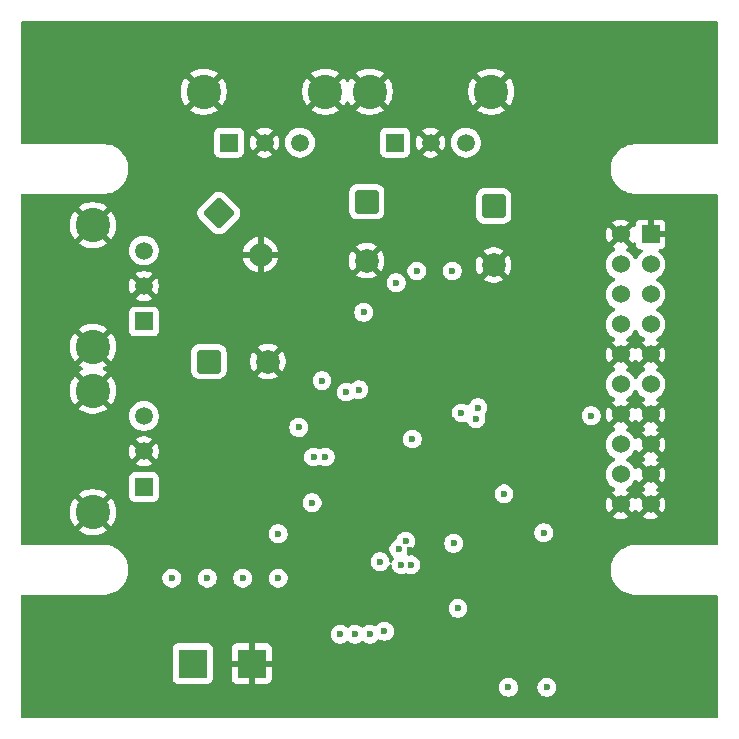
<source format=gbr>
%TF.GenerationSoftware,KiCad,Pcbnew,9.0.6*%
%TF.CreationDate,2026-03-01T21:50:25+00:00*%
%TF.ProjectId,KicadProject,4b696361-6450-4726-9f6a-6563742e6b69,rev?*%
%TF.SameCoordinates,Original*%
%TF.FileFunction,Copper,L2,Inr*%
%TF.FilePolarity,Positive*%
%FSLAX46Y46*%
G04 Gerber Fmt 4.6, Leading zero omitted, Abs format (unit mm)*
G04 Created by KiCad (PCBNEW 9.0.6) date 2026-03-01 21:50:25*
%MOMM*%
%LPD*%
G01*
G04 APERTURE LIST*
G04 Aperture macros list*
%AMRoundRect*
0 Rectangle with rounded corners*
0 $1 Rounding radius*
0 $2 $3 $4 $5 $6 $7 $8 $9 X,Y pos of 4 corners*
0 Add a 4 corners polygon primitive as box body*
4,1,4,$2,$3,$4,$5,$6,$7,$8,$9,$2,$3,0*
0 Add four circle primitives for the rounded corners*
1,1,$1+$1,$2,$3*
1,1,$1+$1,$4,$5*
1,1,$1+$1,$6,$7*
1,1,$1+$1,$8,$9*
0 Add four rect primitives between the rounded corners*
20,1,$1+$1,$2,$3,$4,$5,0*
20,1,$1+$1,$4,$5,$6,$7,0*
20,1,$1+$1,$6,$7,$8,$9,0*
20,1,$1+$1,$8,$9,$2,$3,0*%
G04 Aperture macros list end*
%TA.AperFunction,ComponentPad*%
%ADD10R,1.520000X1.520000*%
%TD*%
%TA.AperFunction,ComponentPad*%
%ADD11C,1.520000*%
%TD*%
%TA.AperFunction,ComponentPad*%
%ADD12C,2.910000*%
%TD*%
%TA.AperFunction,ComponentPad*%
%ADD13RoundRect,0.250000X-0.750000X0.750000X-0.750000X-0.750000X0.750000X-0.750000X0.750000X0.750000X0*%
%TD*%
%TA.AperFunction,ComponentPad*%
%ADD14C,2.000000*%
%TD*%
%TA.AperFunction,ComponentPad*%
%ADD15RoundRect,0.250000X-1.060660X0.000000X0.000000X-1.060660X1.060660X0.000000X0.000000X1.060660X0*%
%TD*%
%TA.AperFunction,ComponentPad*%
%ADD16R,2.421300X2.421300*%
%TD*%
%TA.AperFunction,ComponentPad*%
%ADD17RoundRect,0.250000X-0.750000X-0.750000X0.750000X-0.750000X0.750000X0.750000X-0.750000X0.750000X0*%
%TD*%
%TA.AperFunction,ComponentPad*%
%ADD18R,1.524000X1.524000*%
%TD*%
%TA.AperFunction,ComponentPad*%
%ADD19C,1.524000*%
%TD*%
%TA.AperFunction,ViaPad*%
%ADD20C,0.600000*%
%TD*%
G04 APERTURE END LIST*
D10*
%TO.N,Net-(J2-Pad1)*%
%TO.C,J2*%
X171134250Y-92274941D03*
D11*
%TO.N,GND*%
X171134250Y-89274941D03*
%TO.N,5v_SERVO*%
X171134250Y-86274941D03*
D12*
%TO.N,GND*%
X166814250Y-94424941D03*
X166814250Y-84124941D03*
%TD*%
D13*
%TO.N,5v_SERVO*%
%TO.C,C16*%
X190000000Y-82132323D03*
D14*
%TO.N,GND*%
X190000000Y-87132323D03*
%TD*%
D15*
%TO.N,5v_SERVO*%
%TO.C,C18*%
X177482233Y-83091386D03*
D14*
%TO.N,GND*%
X181017767Y-86626920D03*
%TD*%
D16*
%TO.N,Net-(J7-01)*%
%TO.C,J7*%
X175273500Y-121238650D03*
%TO.N,GND*%
X180273500Y-121238650D03*
%TD*%
D13*
%TO.N,5v_SERVO*%
%TO.C,C19*%
X200750000Y-82500000D03*
D14*
%TO.N,GND*%
X200750000Y-87500000D03*
%TD*%
D17*
%TO.N,5v_SERVO*%
%TO.C,C20*%
X176632323Y-95667505D03*
D14*
%TO.N,GND*%
X181632323Y-95667505D03*
%TD*%
D10*
%TO.N,Net-(J3-Pad1)*%
%TO.C,J3*%
X171134250Y-106274941D03*
D11*
%TO.N,GND*%
X171134250Y-103274941D03*
%TO.N,5v_SERVO*%
X171134250Y-100274941D03*
D12*
%TO.N,GND*%
X166814250Y-108424941D03*
X166814250Y-98124941D03*
%TD*%
D18*
%TO.N,GND*%
%TO.C,J5*%
X214030839Y-84906927D03*
D19*
X211490839Y-84906927D03*
%TO.N,5v_SERVO*%
X214030839Y-87446927D03*
X211490839Y-87446927D03*
X214030839Y-89986927D03*
X211490839Y-89986927D03*
X214030839Y-92526927D03*
X211490839Y-92526927D03*
%TO.N,GND*%
X214030839Y-95066927D03*
X211490839Y-95066927D03*
%TO.N,5V_LOGIC*%
X214030839Y-97606927D03*
X211490839Y-97606927D03*
%TO.N,GND*%
X214030839Y-100146927D03*
X211490839Y-100146927D03*
X214030839Y-102686927D03*
%TO.N,CAN_+*%
X211490839Y-102686927D03*
%TO.N,GND*%
X214030839Y-105226927D03*
%TO.N,CAN_-*%
X211490839Y-105226927D03*
%TO.N,GND*%
X214030839Y-107766927D03*
X211490839Y-107766927D03*
%TD*%
D10*
%TO.N,Net-(J4-Pad1)*%
%TO.C,J4*%
X192400000Y-77134250D03*
D11*
%TO.N,GND*%
X195400000Y-77134250D03*
%TO.N,5v_SERVO*%
X198400000Y-77134250D03*
D12*
%TO.N,GND*%
X190250000Y-72814250D03*
X200550000Y-72814250D03*
%TD*%
D10*
%TO.N,Net-(J6-Pad1)*%
%TO.C,J6*%
X178350000Y-77134250D03*
D11*
%TO.N,GND*%
X181350000Y-77134250D03*
%TO.N,5v_SERVO*%
X184350000Y-77134250D03*
D12*
%TO.N,GND*%
X176200000Y-72814250D03*
X186500000Y-72814250D03*
%TD*%
D20*
%TO.N,3.3V*%
X201625000Y-106875000D03*
X191500000Y-118500000D03*
X191126509Y-112623491D03*
X204985229Y-110164536D03*
X199411883Y-99575959D03*
X184250000Y-101250000D03*
X189305756Y-98055756D03*
X193862144Y-102230339D03*
X202000000Y-123250000D03*
X209000000Y-100250000D03*
X182500000Y-110250000D03*
%TO.N,GND*%
X187000000Y-123750000D03*
X197224236Y-117561607D03*
X188250000Y-107500000D03*
X204999595Y-116482473D03*
X203999318Y-117520423D03*
X212490839Y-76851110D03*
X206500000Y-78500000D03*
X186750000Y-107500000D03*
X201971093Y-117552503D03*
X191000000Y-93750000D03*
X168038179Y-81836679D03*
X209750000Y-97250000D03*
X204971093Y-117552503D03*
X201109471Y-100628118D03*
X197227512Y-100613756D03*
X210959303Y-77552150D03*
X212597667Y-81766927D03*
X185887411Y-102189886D03*
X186250000Y-111500000D03*
X210240839Y-113266927D03*
X207000000Y-93000000D03*
X193690634Y-111648161D03*
X168038179Y-115836679D03*
X194180256Y-89002069D03*
X191980680Y-109031067D03*
X192912410Y-116762723D03*
X183750000Y-115750000D03*
X194250000Y-101250000D03*
X188250000Y-115750000D03*
X203735229Y-110414536D03*
X201999595Y-116482473D03*
X202696912Y-97301156D03*
X198724236Y-117561607D03*
X182000000Y-107250000D03*
X212490839Y-110851110D03*
X166288179Y-76920862D03*
X170288179Y-113420862D03*
X214152932Y-110890056D03*
X214240839Y-115766927D03*
X176750000Y-103500000D03*
X207000000Y-104000000D03*
X194250000Y-99750000D03*
X191500000Y-89750000D03*
X182598900Y-102014899D03*
X186000000Y-91000000D03*
X188750000Y-97250000D03*
X210240839Y-79266927D03*
X204750000Y-77250000D03*
X197000000Y-124750000D03*
X186250000Y-113516374D03*
X181500000Y-90250000D03*
X167931351Y-110888766D03*
X188000000Y-77250000D03*
X169569715Y-115135639D03*
X193992643Y-115750654D03*
X205999595Y-116482473D03*
X202999595Y-116482473D03*
X166376086Y-81797733D03*
X209250000Y-101500000D03*
X204027820Y-116450393D03*
X183829748Y-99347243D03*
X178250000Y-102250000D03*
X192808819Y-115643034D03*
X195905529Y-89000000D03*
X205971093Y-117552503D03*
X195724236Y-117561607D03*
X166288179Y-110888766D03*
X194224236Y-117561607D03*
X180750000Y-100000000D03*
X166376086Y-115797733D03*
X185250000Y-106500000D03*
X203750000Y-91750000D03*
X184304832Y-111095320D03*
X210881410Y-80998933D03*
X198750000Y-103250000D03*
X170288179Y-79420862D03*
X210959303Y-111552150D03*
X202471093Y-111052503D03*
X169569715Y-81135639D03*
X188750000Y-95750000D03*
X205750000Y-106250000D03*
X212597667Y-115766927D03*
X210881410Y-114998933D03*
X207517398Y-97400522D03*
X199750000Y-95250000D03*
X172500000Y-104750000D03*
X178750000Y-107250000D03*
X214240839Y-81766927D03*
X192750000Y-118500000D03*
X169647608Y-111688856D03*
X214152932Y-76890056D03*
X203022174Y-94172636D03*
X201250000Y-91500000D03*
X202971093Y-117552503D03*
X169647608Y-77688856D03*
X168250000Y-96250000D03*
X190250000Y-106750000D03*
X208000000Y-79750000D03*
X197500000Y-96750000D03*
X193500000Y-123500000D03*
X190000000Y-112750000D03*
X167931351Y-76920862D03*
%TO.N,Net-(U3-VCC)*%
X197724236Y-116561607D03*
X193299238Y-110904660D03*
%TO.N,SCL*%
X198009588Y-100023644D03*
X186211980Y-97288020D03*
%TO.N,SWDIO*%
X189000000Y-118750000D03*
X186500000Y-103750000D03*
%TO.N,5V_LOGIC*%
X192724236Y-111561607D03*
X193735229Y-112889150D03*
X197374237Y-111061607D03*
X205250000Y-123250000D03*
X192927509Y-112889150D03*
%TO.N,Net-(J2-Pad1)*%
X176500000Y-114000000D03*
X192500000Y-89000000D03*
%TO.N,Net-(J4-Pad1)*%
X197250000Y-88000000D03*
X182500000Y-114000000D03*
%TO.N,Net-(J6-Pad1)*%
X194250000Y-88000000D03*
X179500000Y-114000000D03*
%TO.N,Net-(J3-Pad1)*%
X189750000Y-91500000D03*
X173500000Y-114000000D03*
%TO.N,SDA*%
X188250000Y-98250000D03*
X199250000Y-100500000D03*
%TO.N,NRST*%
X190250000Y-118750000D03*
X185375000Y-107625000D03*
%TO.N,SWCLK*%
X187750000Y-118750000D03*
X185500000Y-103750000D03*
%TD*%
%TA.AperFunction,Conductor*%
%TO.N,GND*%
G36*
X213557458Y-105423008D02*
G01*
X213624337Y-105538847D01*
X213718919Y-105633429D01*
X213834758Y-105700308D01*
X213894896Y-105716421D01*
X213332122Y-106279195D01*
X213332122Y-106279196D01*
X213369406Y-106306285D01*
X213526721Y-106386442D01*
X213577517Y-106434417D01*
X213594312Y-106502238D01*
X213571774Y-106568373D01*
X213526721Y-106607412D01*
X213369403Y-106687570D01*
X213332122Y-106714656D01*
X213332121Y-106714657D01*
X213894897Y-107277431D01*
X213834758Y-107293546D01*
X213718919Y-107360425D01*
X213624337Y-107455007D01*
X213557458Y-107570846D01*
X213541343Y-107630984D01*
X212978569Y-107068209D01*
X212978568Y-107068210D01*
X212951482Y-107105491D01*
X212871324Y-107262809D01*
X212823349Y-107313605D01*
X212755528Y-107330400D01*
X212689393Y-107307862D01*
X212650354Y-107262809D01*
X212570197Y-107105494D01*
X212543107Y-107068210D01*
X211980333Y-107630984D01*
X211964220Y-107570846D01*
X211897341Y-107455007D01*
X211802759Y-107360425D01*
X211686920Y-107293546D01*
X211626781Y-107277431D01*
X212189555Y-106714658D01*
X212189554Y-106714657D01*
X212152271Y-106687568D01*
X211995507Y-106607692D01*
X211944711Y-106559717D01*
X211927916Y-106491896D01*
X211950454Y-106425761D01*
X211995506Y-106386723D01*
X212152533Y-106306714D01*
X212313303Y-106189908D01*
X212453820Y-106049391D01*
X212570626Y-105888621D01*
X212650635Y-105731594D01*
X212698608Y-105680799D01*
X212766429Y-105664004D01*
X212832564Y-105686541D01*
X212871604Y-105731595D01*
X212951480Y-105888359D01*
X212978569Y-105925642D01*
X212978570Y-105925643D01*
X213541343Y-105362869D01*
X213557458Y-105423008D01*
G37*
%TD.AperFunction*%
%TA.AperFunction,Conductor*%
G36*
X213557458Y-102883008D02*
G01*
X213624337Y-102998847D01*
X213718919Y-103093429D01*
X213834758Y-103160308D01*
X213894896Y-103176421D01*
X213332122Y-103739195D01*
X213332122Y-103739196D01*
X213369406Y-103766285D01*
X213526721Y-103846442D01*
X213577517Y-103894417D01*
X213594312Y-103962238D01*
X213571774Y-104028373D01*
X213526721Y-104067412D01*
X213369403Y-104147570D01*
X213332122Y-104174656D01*
X213332121Y-104174657D01*
X213894897Y-104737431D01*
X213834758Y-104753546D01*
X213718919Y-104820425D01*
X213624337Y-104915007D01*
X213557458Y-105030846D01*
X213541343Y-105090984D01*
X212978569Y-104528209D01*
X212978568Y-104528210D01*
X212951480Y-104565493D01*
X212871603Y-104722259D01*
X212823629Y-104773054D01*
X212755808Y-104789849D01*
X212689673Y-104767311D01*
X212650635Y-104722259D01*
X212570626Y-104565233D01*
X212453820Y-104404463D01*
X212313303Y-104263946D01*
X212152533Y-104147140D01*
X211996057Y-104067411D01*
X211945262Y-104019437D01*
X211928467Y-103951616D01*
X211951004Y-103885481D01*
X211996057Y-103846442D01*
X212152533Y-103766714D01*
X212313303Y-103649908D01*
X212453820Y-103509391D01*
X212570626Y-103348621D01*
X212650635Y-103191594D01*
X212698608Y-103140799D01*
X212766429Y-103124004D01*
X212832564Y-103146541D01*
X212871604Y-103191595D01*
X212951480Y-103348359D01*
X212978569Y-103385642D01*
X212978570Y-103385643D01*
X213541343Y-102822869D01*
X213557458Y-102883008D01*
G37*
%TD.AperFunction*%
%TA.AperFunction,Conductor*%
G36*
X213557458Y-100343008D02*
G01*
X213624337Y-100458847D01*
X213718919Y-100553429D01*
X213834758Y-100620308D01*
X213894896Y-100636421D01*
X213332122Y-101199195D01*
X213332122Y-101199196D01*
X213369406Y-101226285D01*
X213526721Y-101306442D01*
X213577517Y-101354417D01*
X213594312Y-101422238D01*
X213571774Y-101488373D01*
X213526721Y-101527412D01*
X213369403Y-101607570D01*
X213332122Y-101634656D01*
X213332121Y-101634657D01*
X213894897Y-102197431D01*
X213834758Y-102213546D01*
X213718919Y-102280425D01*
X213624337Y-102375007D01*
X213557458Y-102490846D01*
X213541343Y-102550984D01*
X212978569Y-101988209D01*
X212978568Y-101988210D01*
X212951480Y-102025493D01*
X212871603Y-102182259D01*
X212823629Y-102233054D01*
X212755808Y-102249849D01*
X212689673Y-102227311D01*
X212650635Y-102182259D01*
X212570626Y-102025233D01*
X212453820Y-101864463D01*
X212313303Y-101723946D01*
X212152533Y-101607140D01*
X211995506Y-101527130D01*
X211944711Y-101479156D01*
X211927916Y-101411335D01*
X211950453Y-101345200D01*
X211995508Y-101306161D01*
X212152261Y-101226291D01*
X212189555Y-101199195D01*
X211626781Y-100636421D01*
X211686920Y-100620308D01*
X211802759Y-100553429D01*
X211897341Y-100458847D01*
X211964220Y-100343008D01*
X211980334Y-100282869D01*
X212543107Y-100845642D01*
X212570201Y-100808352D01*
X212650354Y-100651044D01*
X212698328Y-100600248D01*
X212766149Y-100583453D01*
X212832284Y-100605990D01*
X212871324Y-100651044D01*
X212951480Y-100808359D01*
X212978569Y-100845642D01*
X212978570Y-100845643D01*
X213541343Y-100282869D01*
X213557458Y-100343008D01*
G37*
%TD.AperFunction*%
%TA.AperFunction,Conductor*%
G36*
X212832285Y-98067092D02*
G01*
X212871323Y-98112145D01*
X212951052Y-98268621D01*
X213067858Y-98429391D01*
X213208375Y-98569908D01*
X213369145Y-98686714D01*
X213526171Y-98766723D01*
X213576966Y-98814696D01*
X213593761Y-98882517D01*
X213571224Y-98948652D01*
X213526171Y-98987691D01*
X213369405Y-99067568D01*
X213332122Y-99094656D01*
X213332121Y-99094657D01*
X213894897Y-99657431D01*
X213834758Y-99673546D01*
X213718919Y-99740425D01*
X213624337Y-99835007D01*
X213557458Y-99950846D01*
X213541343Y-100010984D01*
X212978569Y-99448209D01*
X212978568Y-99448210D01*
X212951482Y-99485491D01*
X212871324Y-99642809D01*
X212823349Y-99693605D01*
X212755528Y-99710400D01*
X212689393Y-99687862D01*
X212650354Y-99642809D01*
X212570197Y-99485494D01*
X212543107Y-99448210D01*
X211980333Y-100010984D01*
X211964220Y-99950846D01*
X211897341Y-99835007D01*
X211802759Y-99740425D01*
X211686920Y-99673546D01*
X211626781Y-99657431D01*
X212189555Y-99094658D01*
X212189554Y-99094657D01*
X212152271Y-99067568D01*
X211995507Y-98987692D01*
X211944711Y-98939717D01*
X211927916Y-98871896D01*
X211950454Y-98805761D01*
X211995506Y-98766723D01*
X212152533Y-98686714D01*
X212313303Y-98569908D01*
X212453820Y-98429391D01*
X212570626Y-98268621D01*
X212650354Y-98112145D01*
X212698329Y-98061350D01*
X212766150Y-98044555D01*
X212832285Y-98067092D01*
G37*
%TD.AperFunction*%
%TA.AperFunction,Conductor*%
G36*
X213557458Y-95263008D02*
G01*
X213624337Y-95378847D01*
X213718919Y-95473429D01*
X213834758Y-95540308D01*
X213894896Y-95556421D01*
X213332122Y-96119195D01*
X213332122Y-96119196D01*
X213369406Y-96146285D01*
X213526170Y-96226161D01*
X213576966Y-96274136D01*
X213593761Y-96341957D01*
X213571223Y-96408092D01*
X213526170Y-96447131D01*
X213369144Y-96527140D01*
X213208372Y-96643948D01*
X213067860Y-96784460D01*
X212951052Y-96945232D01*
X212871324Y-97101707D01*
X212823349Y-97152503D01*
X212755528Y-97169298D01*
X212689393Y-97146760D01*
X212650354Y-97101707D01*
X212603736Y-97010215D01*
X212570626Y-96945233D01*
X212453820Y-96784463D01*
X212313303Y-96643946D01*
X212152533Y-96527140D01*
X211995506Y-96447130D01*
X211944711Y-96399156D01*
X211927916Y-96331335D01*
X211950453Y-96265200D01*
X211995508Y-96226161D01*
X212152261Y-96146291D01*
X212189555Y-96119195D01*
X211626781Y-95556421D01*
X211686920Y-95540308D01*
X211802759Y-95473429D01*
X211897341Y-95378847D01*
X211964220Y-95263008D01*
X211980334Y-95202869D01*
X212543107Y-95765642D01*
X212570201Y-95728352D01*
X212650354Y-95571044D01*
X212698328Y-95520248D01*
X212766149Y-95503453D01*
X212832284Y-95525990D01*
X212871324Y-95571044D01*
X212951480Y-95728359D01*
X212978569Y-95765642D01*
X212978570Y-95765643D01*
X213541343Y-95202869D01*
X213557458Y-95263008D01*
G37*
%TD.AperFunction*%
%TA.AperFunction,Conductor*%
G36*
X212832285Y-92987092D02*
G01*
X212871323Y-93032145D01*
X212951052Y-93188621D01*
X213067858Y-93349391D01*
X213208375Y-93489908D01*
X213369145Y-93606714D01*
X213526171Y-93686723D01*
X213576966Y-93734696D01*
X213593761Y-93802517D01*
X213571224Y-93868652D01*
X213526171Y-93907691D01*
X213369405Y-93987568D01*
X213332122Y-94014656D01*
X213332121Y-94014657D01*
X213894897Y-94577431D01*
X213834758Y-94593546D01*
X213718919Y-94660425D01*
X213624337Y-94755007D01*
X213557458Y-94870846D01*
X213541343Y-94930984D01*
X212978569Y-94368209D01*
X212978568Y-94368210D01*
X212951482Y-94405491D01*
X212871324Y-94562809D01*
X212823349Y-94613605D01*
X212755528Y-94630400D01*
X212689393Y-94607862D01*
X212650354Y-94562809D01*
X212570197Y-94405494D01*
X212543107Y-94368210D01*
X211980333Y-94930984D01*
X211964220Y-94870846D01*
X211897341Y-94755007D01*
X211802759Y-94660425D01*
X211686920Y-94593546D01*
X211626781Y-94577431D01*
X212189555Y-94014658D01*
X212189554Y-94014657D01*
X212152271Y-93987568D01*
X211995507Y-93907692D01*
X211944711Y-93859717D01*
X211927916Y-93791896D01*
X211950454Y-93725761D01*
X211995506Y-93686723D01*
X212152533Y-93606714D01*
X212313303Y-93489908D01*
X212453820Y-93349391D01*
X212570626Y-93188621D01*
X212650354Y-93032145D01*
X212698329Y-92981350D01*
X212766150Y-92964555D01*
X212832285Y-92987092D01*
G37*
%TD.AperFunction*%
%TA.AperFunction,Conductor*%
G36*
X212543107Y-85605642D02*
G01*
X212544522Y-85603696D01*
X212599852Y-85561031D01*
X212669466Y-85555053D01*
X212731260Y-85587660D01*
X212765617Y-85648499D01*
X212768839Y-85676583D01*
X212768839Y-85716771D01*
X212775240Y-85776299D01*
X212775242Y-85776306D01*
X212825484Y-85911013D01*
X212825488Y-85911020D01*
X212911648Y-86026114D01*
X212911651Y-86026117D01*
X213026745Y-86112277D01*
X213026752Y-86112281D01*
X213161459Y-86162523D01*
X213161466Y-86162525D01*
X213220994Y-86168926D01*
X213221011Y-86168927D01*
X213260329Y-86168927D01*
X213327368Y-86188612D01*
X213373123Y-86241416D01*
X213383067Y-86310574D01*
X213354042Y-86374130D01*
X213333214Y-86393245D01*
X213208378Y-86483943D01*
X213208372Y-86483948D01*
X213067860Y-86624460D01*
X212951052Y-86785232D01*
X212871324Y-86941707D01*
X212823349Y-86992503D01*
X212755528Y-87009298D01*
X212689393Y-86986760D01*
X212650354Y-86941707D01*
X212570625Y-86785232D01*
X212567605Y-86781075D01*
X212453820Y-86624463D01*
X212313303Y-86483946D01*
X212152533Y-86367140D01*
X211995506Y-86287130D01*
X211944711Y-86239156D01*
X211927916Y-86171335D01*
X211950453Y-86105200D01*
X211995508Y-86066161D01*
X212152261Y-85986291D01*
X212189555Y-85959195D01*
X211626781Y-85396421D01*
X211686920Y-85380308D01*
X211802759Y-85313429D01*
X211897341Y-85218847D01*
X211964220Y-85103008D01*
X211980334Y-85042869D01*
X212543107Y-85605642D01*
G37*
%TD.AperFunction*%
%TA.AperFunction,Conductor*%
G36*
X219682869Y-66856894D02*
G01*
X219728624Y-66909698D01*
X219739830Y-66961209D01*
X219739830Y-77141646D01*
X219720145Y-77208685D01*
X219667341Y-77254440D01*
X219615830Y-77265646D01*
X212814123Y-77265646D01*
X212813813Y-77265554D01*
X212624992Y-77265550D01*
X212624991Y-77265550D01*
X212624987Y-77265550D01*
X212351982Y-77301484D01*
X212241430Y-77331103D01*
X212086002Y-77372745D01*
X212085991Y-77372749D01*
X211831609Y-77478110D01*
X211831593Y-77478118D01*
X211593131Y-77615787D01*
X211593128Y-77615789D01*
X211374671Y-77783410D01*
X211374662Y-77783418D01*
X211179963Y-77978113D01*
X211179953Y-77978124D01*
X211012329Y-78196568D01*
X211012324Y-78196575D01*
X210874645Y-78435039D01*
X210874644Y-78435041D01*
X210873926Y-78436774D01*
X210769265Y-78689442D01*
X210697996Y-78955419D01*
X210662054Y-79228412D01*
X210662054Y-79503787D01*
X210697996Y-79776780D01*
X210697997Y-79776784D01*
X210769266Y-80042760D01*
X210874644Y-80297159D01*
X210877475Y-80302062D01*
X211012324Y-80535624D01*
X211012329Y-80535631D01*
X211179953Y-80754075D01*
X211179963Y-80754086D01*
X211374662Y-80948781D01*
X211374671Y-80948789D01*
X211593128Y-81116410D01*
X211593131Y-81116412D01*
X211597058Y-81118679D01*
X211831601Y-81254086D01*
X212086003Y-81359455D01*
X212351982Y-81430716D01*
X212624987Y-81466650D01*
X212762663Y-81466646D01*
X212762668Y-81466646D01*
X219615830Y-81466646D01*
X219682869Y-81486331D01*
X219728624Y-81539135D01*
X219739830Y-81590646D01*
X219739830Y-111082772D01*
X219720145Y-111149811D01*
X219667341Y-111195566D01*
X219615830Y-111206772D01*
X212828535Y-111206772D01*
X212828528Y-111206770D01*
X212762636Y-111206772D01*
X212689239Y-111206772D01*
X212688347Y-111206829D01*
X212624966Y-111206831D01*
X212351985Y-111242778D01*
X212351977Y-111242780D01*
X212086031Y-111314047D01*
X212086029Y-111314047D01*
X212086028Y-111314048D01*
X211831651Y-111419422D01*
X211831648Y-111419423D01*
X211831647Y-111419424D01*
X211831641Y-111419427D01*
X211593194Y-111557101D01*
X211374774Y-111724708D01*
X211374762Y-111724718D01*
X211180081Y-111919404D01*
X211180076Y-111919410D01*
X211012464Y-112137849D01*
X211012460Y-112137856D01*
X210874793Y-112376308D01*
X210819430Y-112509971D01*
X210769427Y-112630691D01*
X210698166Y-112896642D01*
X210662228Y-113169629D01*
X210662228Y-113444970D01*
X210698166Y-113717957D01*
X210765683Y-113969934D01*
X210769428Y-113983911D01*
X210874793Y-114238292D01*
X211012460Y-114476744D01*
X211012462Y-114476746D01*
X211012464Y-114476750D01*
X211180076Y-114695189D01*
X211180081Y-114695195D01*
X211326262Y-114841380D01*
X211374765Y-114889884D01*
X211374772Y-114889889D01*
X211374774Y-114889891D01*
X211593194Y-115057498D01*
X211593198Y-115057500D01*
X211593203Y-115057504D01*
X211831651Y-115195178D01*
X212086028Y-115300552D01*
X212351984Y-115371821D01*
X212624966Y-115407768D01*
X212696751Y-115407770D01*
X212696759Y-115407772D01*
X212762636Y-115407772D01*
X212828528Y-115407774D01*
X212828531Y-115407772D01*
X212837151Y-115407773D01*
X212837180Y-115407772D01*
X219615830Y-115407772D01*
X219682869Y-115427457D01*
X219728624Y-115480261D01*
X219739830Y-115531772D01*
X219739830Y-125712209D01*
X219720145Y-125779248D01*
X219667341Y-125825003D01*
X219615830Y-125836209D01*
X160864830Y-125836209D01*
X160797791Y-125816524D01*
X160752036Y-125763720D01*
X160740830Y-125712209D01*
X160740830Y-123171153D01*
X201199500Y-123171153D01*
X201199500Y-123328846D01*
X201230261Y-123483489D01*
X201230264Y-123483501D01*
X201290602Y-123629172D01*
X201290609Y-123629185D01*
X201378210Y-123760288D01*
X201378213Y-123760292D01*
X201489707Y-123871786D01*
X201489711Y-123871789D01*
X201620814Y-123959390D01*
X201620827Y-123959397D01*
X201766498Y-124019735D01*
X201766503Y-124019737D01*
X201921153Y-124050499D01*
X201921156Y-124050500D01*
X201921158Y-124050500D01*
X202078844Y-124050500D01*
X202078845Y-124050499D01*
X202233497Y-124019737D01*
X202379179Y-123959394D01*
X202510289Y-123871789D01*
X202621789Y-123760289D01*
X202709394Y-123629179D01*
X202769737Y-123483497D01*
X202800500Y-123328842D01*
X202800500Y-123171158D01*
X202800500Y-123171155D01*
X202800499Y-123171153D01*
X204449500Y-123171153D01*
X204449500Y-123328846D01*
X204480261Y-123483489D01*
X204480264Y-123483501D01*
X204540602Y-123629172D01*
X204540609Y-123629185D01*
X204628210Y-123760288D01*
X204628213Y-123760292D01*
X204739707Y-123871786D01*
X204739711Y-123871789D01*
X204870814Y-123959390D01*
X204870827Y-123959397D01*
X205016498Y-124019735D01*
X205016503Y-124019737D01*
X205171153Y-124050499D01*
X205171156Y-124050500D01*
X205171158Y-124050500D01*
X205328844Y-124050500D01*
X205328845Y-124050499D01*
X205483497Y-124019737D01*
X205629179Y-123959394D01*
X205760289Y-123871789D01*
X205871789Y-123760289D01*
X205959394Y-123629179D01*
X206019737Y-123483497D01*
X206050500Y-123328842D01*
X206050500Y-123171158D01*
X206050500Y-123171155D01*
X206050499Y-123171153D01*
X206019738Y-123016510D01*
X206019737Y-123016503D01*
X205991901Y-122949300D01*
X205959397Y-122870827D01*
X205959390Y-122870814D01*
X205871789Y-122739711D01*
X205871786Y-122739707D01*
X205760292Y-122628213D01*
X205760288Y-122628210D01*
X205629185Y-122540609D01*
X205629172Y-122540602D01*
X205483501Y-122480264D01*
X205483489Y-122480261D01*
X205328845Y-122449500D01*
X205328842Y-122449500D01*
X205171158Y-122449500D01*
X205171155Y-122449500D01*
X205016510Y-122480261D01*
X205016498Y-122480264D01*
X204870827Y-122540602D01*
X204870814Y-122540609D01*
X204739711Y-122628210D01*
X204739707Y-122628213D01*
X204628213Y-122739707D01*
X204628210Y-122739711D01*
X204540609Y-122870814D01*
X204540602Y-122870827D01*
X204480264Y-123016498D01*
X204480261Y-123016510D01*
X204449500Y-123171153D01*
X202800499Y-123171153D01*
X202769738Y-123016510D01*
X202769737Y-123016503D01*
X202741901Y-122949300D01*
X202709397Y-122870827D01*
X202709390Y-122870814D01*
X202621789Y-122739711D01*
X202621786Y-122739707D01*
X202510292Y-122628213D01*
X202510288Y-122628210D01*
X202379185Y-122540609D01*
X202379172Y-122540602D01*
X202233501Y-122480264D01*
X202233489Y-122480261D01*
X202078845Y-122449500D01*
X202078842Y-122449500D01*
X201921158Y-122449500D01*
X201921155Y-122449500D01*
X201766510Y-122480261D01*
X201766498Y-122480264D01*
X201620827Y-122540602D01*
X201620814Y-122540609D01*
X201489711Y-122628210D01*
X201489707Y-122628213D01*
X201378213Y-122739707D01*
X201378210Y-122739711D01*
X201290609Y-122870814D01*
X201290602Y-122870827D01*
X201230264Y-123016498D01*
X201230261Y-123016510D01*
X201199500Y-123171153D01*
X160740830Y-123171153D01*
X160740830Y-119980135D01*
X173562350Y-119980135D01*
X173562350Y-122497170D01*
X173562351Y-122497176D01*
X173568758Y-122556783D01*
X173619052Y-122691628D01*
X173619056Y-122691635D01*
X173705302Y-122806844D01*
X173705305Y-122806847D01*
X173820514Y-122893093D01*
X173820521Y-122893097D01*
X173955367Y-122943391D01*
X173955366Y-122943391D01*
X173962294Y-122944135D01*
X174014977Y-122949800D01*
X176532022Y-122949799D01*
X176591633Y-122943391D01*
X176726481Y-122893096D01*
X176841696Y-122806846D01*
X176927946Y-122691631D01*
X176978241Y-122556783D01*
X176984650Y-122497173D01*
X176984649Y-121159158D01*
X176984649Y-119980155D01*
X178562850Y-119980155D01*
X178562850Y-120988650D01*
X179503455Y-120988650D01*
X179497417Y-121003228D01*
X179466400Y-121159158D01*
X179466400Y-121318142D01*
X179497417Y-121474072D01*
X179503455Y-121488650D01*
X178562850Y-121488650D01*
X178562850Y-122497144D01*
X178569251Y-122556672D01*
X178569253Y-122556679D01*
X178619495Y-122691386D01*
X178619499Y-122691393D01*
X178705659Y-122806487D01*
X178705662Y-122806490D01*
X178820756Y-122892650D01*
X178820763Y-122892654D01*
X178955470Y-122942896D01*
X178955477Y-122942898D01*
X179015005Y-122949299D01*
X179015022Y-122949300D01*
X180023500Y-122949300D01*
X180023500Y-122008694D01*
X180038078Y-122014733D01*
X180194008Y-122045750D01*
X180352992Y-122045750D01*
X180508922Y-122014733D01*
X180523500Y-122008694D01*
X180523500Y-122949300D01*
X181531978Y-122949300D01*
X181531994Y-122949299D01*
X181591522Y-122942898D01*
X181591529Y-122942896D01*
X181726236Y-122892654D01*
X181726243Y-122892650D01*
X181841337Y-122806490D01*
X181841340Y-122806487D01*
X181927500Y-122691393D01*
X181927504Y-122691386D01*
X181977746Y-122556679D01*
X181977748Y-122556672D01*
X181984149Y-122497144D01*
X181984150Y-122497127D01*
X181984150Y-121488650D01*
X181043545Y-121488650D01*
X181049583Y-121474072D01*
X181080600Y-121318142D01*
X181080600Y-121159158D01*
X181049583Y-121003228D01*
X181043545Y-120988650D01*
X181984150Y-120988650D01*
X181984150Y-119980172D01*
X181984149Y-119980155D01*
X181977748Y-119920627D01*
X181977746Y-119920620D01*
X181927504Y-119785913D01*
X181927500Y-119785906D01*
X181841340Y-119670812D01*
X181841337Y-119670809D01*
X181726243Y-119584649D01*
X181726236Y-119584645D01*
X181591529Y-119534403D01*
X181591522Y-119534401D01*
X181531994Y-119528000D01*
X180523500Y-119528000D01*
X180523500Y-120468605D01*
X180508922Y-120462567D01*
X180352992Y-120431550D01*
X180194008Y-120431550D01*
X180038078Y-120462567D01*
X180023500Y-120468605D01*
X180023500Y-119528000D01*
X179015005Y-119528000D01*
X178955477Y-119534401D01*
X178955470Y-119534403D01*
X178820763Y-119584645D01*
X178820756Y-119584649D01*
X178705662Y-119670809D01*
X178705659Y-119670812D01*
X178619499Y-119785906D01*
X178619495Y-119785913D01*
X178569253Y-119920620D01*
X178569251Y-119920627D01*
X178562850Y-119980155D01*
X176984649Y-119980155D01*
X176984649Y-119980129D01*
X176984648Y-119980123D01*
X176984647Y-119980116D01*
X176978241Y-119920517D01*
X176928034Y-119785906D01*
X176927947Y-119785671D01*
X176927943Y-119785664D01*
X176841697Y-119670455D01*
X176841694Y-119670452D01*
X176726485Y-119584206D01*
X176726478Y-119584202D01*
X176591632Y-119533908D01*
X176591633Y-119533908D01*
X176532033Y-119527501D01*
X176532031Y-119527500D01*
X176532023Y-119527500D01*
X176532014Y-119527500D01*
X174014979Y-119527500D01*
X174014973Y-119527501D01*
X173955366Y-119533908D01*
X173820521Y-119584202D01*
X173820514Y-119584206D01*
X173705305Y-119670452D01*
X173705302Y-119670455D01*
X173619056Y-119785664D01*
X173619052Y-119785671D01*
X173568758Y-119920517D01*
X173562351Y-119980116D01*
X173562351Y-119980123D01*
X173562350Y-119980135D01*
X160740830Y-119980135D01*
X160740830Y-118671153D01*
X186949500Y-118671153D01*
X186949500Y-118828846D01*
X186980261Y-118983489D01*
X186980264Y-118983501D01*
X187040602Y-119129172D01*
X187040609Y-119129185D01*
X187128210Y-119260288D01*
X187128213Y-119260292D01*
X187239707Y-119371786D01*
X187239711Y-119371789D01*
X187370814Y-119459390D01*
X187370827Y-119459397D01*
X187516498Y-119519735D01*
X187516503Y-119519737D01*
X187671153Y-119550499D01*
X187671156Y-119550500D01*
X187671158Y-119550500D01*
X187828844Y-119550500D01*
X187828845Y-119550499D01*
X187983497Y-119519737D01*
X188129179Y-119459394D01*
X188260289Y-119371789D01*
X188260292Y-119371786D01*
X188287319Y-119344760D01*
X188348642Y-119311275D01*
X188418334Y-119316259D01*
X188462681Y-119344760D01*
X188489707Y-119371786D01*
X188489711Y-119371789D01*
X188620814Y-119459390D01*
X188620827Y-119459397D01*
X188766498Y-119519735D01*
X188766503Y-119519737D01*
X188921153Y-119550499D01*
X188921156Y-119550500D01*
X188921158Y-119550500D01*
X189078844Y-119550500D01*
X189078845Y-119550499D01*
X189233497Y-119519737D01*
X189379179Y-119459394D01*
X189510289Y-119371789D01*
X189510292Y-119371786D01*
X189537319Y-119344760D01*
X189598642Y-119311275D01*
X189668334Y-119316259D01*
X189712681Y-119344760D01*
X189739707Y-119371786D01*
X189739711Y-119371789D01*
X189870814Y-119459390D01*
X189870827Y-119459397D01*
X190016498Y-119519735D01*
X190016503Y-119519737D01*
X190171153Y-119550499D01*
X190171156Y-119550500D01*
X190171158Y-119550500D01*
X190328844Y-119550500D01*
X190328845Y-119550499D01*
X190483497Y-119519737D01*
X190629179Y-119459394D01*
X190760289Y-119371789D01*
X190871789Y-119260289D01*
X190903274Y-119213167D01*
X190956884Y-119168363D01*
X191026209Y-119159654D01*
X191075267Y-119178956D01*
X191120821Y-119209394D01*
X191120823Y-119209395D01*
X191120827Y-119209397D01*
X191266498Y-119269735D01*
X191266503Y-119269737D01*
X191421153Y-119300499D01*
X191421156Y-119300500D01*
X191421158Y-119300500D01*
X191578844Y-119300500D01*
X191578845Y-119300499D01*
X191733497Y-119269737D01*
X191879179Y-119209394D01*
X192010289Y-119121789D01*
X192121789Y-119010289D01*
X192209394Y-118879179D01*
X192269737Y-118733497D01*
X192300500Y-118578842D01*
X192300500Y-118421158D01*
X192300500Y-118421155D01*
X192300499Y-118421153D01*
X192269738Y-118266510D01*
X192269737Y-118266503D01*
X192260630Y-118244516D01*
X192209397Y-118120827D01*
X192209390Y-118120814D01*
X192121789Y-117989711D01*
X192121786Y-117989707D01*
X192010292Y-117878213D01*
X192010288Y-117878210D01*
X191879185Y-117790609D01*
X191879172Y-117790602D01*
X191733501Y-117730264D01*
X191733489Y-117730261D01*
X191578845Y-117699500D01*
X191578842Y-117699500D01*
X191421158Y-117699500D01*
X191421155Y-117699500D01*
X191266510Y-117730261D01*
X191266498Y-117730264D01*
X191120827Y-117790602D01*
X191120814Y-117790609D01*
X190989711Y-117878210D01*
X190989707Y-117878213D01*
X190878213Y-117989707D01*
X190878210Y-117989711D01*
X190846725Y-118036832D01*
X190793112Y-118081637D01*
X190723787Y-118090344D01*
X190674732Y-118071043D01*
X190629185Y-118040609D01*
X190629172Y-118040602D01*
X190483501Y-117980264D01*
X190483489Y-117980261D01*
X190328845Y-117949500D01*
X190328842Y-117949500D01*
X190171158Y-117949500D01*
X190171155Y-117949500D01*
X190016510Y-117980261D01*
X190016498Y-117980264D01*
X189870827Y-118040602D01*
X189870814Y-118040609D01*
X189739711Y-118128210D01*
X189739707Y-118128213D01*
X189712681Y-118155240D01*
X189651358Y-118188725D01*
X189581666Y-118183741D01*
X189537319Y-118155240D01*
X189510292Y-118128213D01*
X189510288Y-118128210D01*
X189379185Y-118040609D01*
X189379172Y-118040602D01*
X189233501Y-117980264D01*
X189233489Y-117980261D01*
X189078845Y-117949500D01*
X189078842Y-117949500D01*
X188921158Y-117949500D01*
X188921155Y-117949500D01*
X188766510Y-117980261D01*
X188766498Y-117980264D01*
X188620827Y-118040602D01*
X188620814Y-118040609D01*
X188489711Y-118128210D01*
X188489707Y-118128213D01*
X188462681Y-118155240D01*
X188401358Y-118188725D01*
X188331666Y-118183741D01*
X188287319Y-118155240D01*
X188260292Y-118128213D01*
X188260288Y-118128210D01*
X188129185Y-118040609D01*
X188129172Y-118040602D01*
X187983501Y-117980264D01*
X187983489Y-117980261D01*
X187828845Y-117949500D01*
X187828842Y-117949500D01*
X187671158Y-117949500D01*
X187671155Y-117949500D01*
X187516510Y-117980261D01*
X187516498Y-117980264D01*
X187370827Y-118040602D01*
X187370814Y-118040609D01*
X187239711Y-118128210D01*
X187239707Y-118128213D01*
X187128213Y-118239707D01*
X187128210Y-118239711D01*
X187040609Y-118370814D01*
X187040602Y-118370827D01*
X186980264Y-118516498D01*
X186980261Y-118516510D01*
X186949500Y-118671153D01*
X160740830Y-118671153D01*
X160740830Y-116482760D01*
X196923736Y-116482760D01*
X196923736Y-116640453D01*
X196954497Y-116795096D01*
X196954500Y-116795108D01*
X197014838Y-116940779D01*
X197014845Y-116940792D01*
X197102446Y-117071895D01*
X197102449Y-117071899D01*
X197213943Y-117183393D01*
X197213947Y-117183396D01*
X197345050Y-117270997D01*
X197345063Y-117271004D01*
X197490734Y-117331342D01*
X197490739Y-117331344D01*
X197645389Y-117362106D01*
X197645392Y-117362107D01*
X197645394Y-117362107D01*
X197803080Y-117362107D01*
X197803081Y-117362106D01*
X197957733Y-117331344D01*
X198103415Y-117271001D01*
X198234525Y-117183396D01*
X198346025Y-117071896D01*
X198433630Y-116940786D01*
X198493973Y-116795104D01*
X198524736Y-116640449D01*
X198524736Y-116482765D01*
X198524736Y-116482762D01*
X198524735Y-116482760D01*
X198493974Y-116328117D01*
X198493973Y-116328110D01*
X198493971Y-116328105D01*
X198433633Y-116182434D01*
X198433626Y-116182421D01*
X198346025Y-116051318D01*
X198346022Y-116051314D01*
X198234528Y-115939820D01*
X198234524Y-115939817D01*
X198103421Y-115852216D01*
X198103408Y-115852209D01*
X197957737Y-115791871D01*
X197957725Y-115791868D01*
X197803081Y-115761107D01*
X197803078Y-115761107D01*
X197645394Y-115761107D01*
X197645391Y-115761107D01*
X197490746Y-115791868D01*
X197490734Y-115791871D01*
X197345063Y-115852209D01*
X197345050Y-115852216D01*
X197213947Y-115939817D01*
X197213943Y-115939820D01*
X197102449Y-116051314D01*
X197102446Y-116051318D01*
X197014845Y-116182421D01*
X197014838Y-116182434D01*
X196954500Y-116328105D01*
X196954497Y-116328117D01*
X196923736Y-116482760D01*
X160740830Y-116482760D01*
X160740830Y-115531772D01*
X160760515Y-115464733D01*
X160813319Y-115418978D01*
X160864830Y-115407772D01*
X167666561Y-115407772D01*
X167666741Y-115407825D01*
X167717981Y-115407827D01*
X167717981Y-115407828D01*
X167855661Y-115407835D01*
X168128669Y-115371908D01*
X168128678Y-115371905D01*
X168128681Y-115371905D01*
X168394644Y-115300654D01*
X168394644Y-115300653D01*
X168394651Y-115300652D01*
X168589876Y-115219796D01*
X168649048Y-115195290D01*
X168649048Y-115195289D01*
X168649057Y-115195286D01*
X168887532Y-115057614D01*
X169105997Y-114889992D01*
X169300713Y-114695288D01*
X169357113Y-114621789D01*
X169468337Y-114476846D01*
X169468340Y-114476841D01*
X169468347Y-114476832D01*
X169606033Y-114238365D01*
X169711413Y-113983965D01*
X169728244Y-113921153D01*
X172699500Y-113921153D01*
X172699500Y-114078846D01*
X172730261Y-114233489D01*
X172730264Y-114233501D01*
X172790602Y-114379172D01*
X172790609Y-114379185D01*
X172878210Y-114510288D01*
X172878213Y-114510292D01*
X172989707Y-114621786D01*
X172989711Y-114621789D01*
X173120814Y-114709390D01*
X173120827Y-114709397D01*
X173266498Y-114769735D01*
X173266503Y-114769737D01*
X173421153Y-114800499D01*
X173421156Y-114800500D01*
X173421158Y-114800500D01*
X173578844Y-114800500D01*
X173578845Y-114800499D01*
X173733497Y-114769737D01*
X173846166Y-114723067D01*
X173879172Y-114709397D01*
X173879172Y-114709396D01*
X173879179Y-114709394D01*
X174010289Y-114621789D01*
X174121789Y-114510289D01*
X174209394Y-114379179D01*
X174269737Y-114233497D01*
X174300500Y-114078842D01*
X174300500Y-113921158D01*
X174300500Y-113921155D01*
X174300499Y-113921153D01*
X175699500Y-113921153D01*
X175699500Y-114078846D01*
X175730261Y-114233489D01*
X175730264Y-114233501D01*
X175790602Y-114379172D01*
X175790609Y-114379185D01*
X175878210Y-114510288D01*
X175878213Y-114510292D01*
X175989707Y-114621786D01*
X175989711Y-114621789D01*
X176120814Y-114709390D01*
X176120827Y-114709397D01*
X176266498Y-114769735D01*
X176266503Y-114769737D01*
X176421153Y-114800499D01*
X176421156Y-114800500D01*
X176421158Y-114800500D01*
X176578844Y-114800500D01*
X176578845Y-114800499D01*
X176733497Y-114769737D01*
X176846166Y-114723067D01*
X176879172Y-114709397D01*
X176879172Y-114709396D01*
X176879179Y-114709394D01*
X177010289Y-114621789D01*
X177121789Y-114510289D01*
X177209394Y-114379179D01*
X177269737Y-114233497D01*
X177300500Y-114078842D01*
X177300500Y-113921158D01*
X177300500Y-113921155D01*
X177300499Y-113921153D01*
X178699500Y-113921153D01*
X178699500Y-114078846D01*
X178730261Y-114233489D01*
X178730264Y-114233501D01*
X178790602Y-114379172D01*
X178790609Y-114379185D01*
X178878210Y-114510288D01*
X178878213Y-114510292D01*
X178989707Y-114621786D01*
X178989711Y-114621789D01*
X179120814Y-114709390D01*
X179120827Y-114709397D01*
X179266498Y-114769735D01*
X179266503Y-114769737D01*
X179421153Y-114800499D01*
X179421156Y-114800500D01*
X179421158Y-114800500D01*
X179578844Y-114800500D01*
X179578845Y-114800499D01*
X179733497Y-114769737D01*
X179846166Y-114723067D01*
X179879172Y-114709397D01*
X179879172Y-114709396D01*
X179879179Y-114709394D01*
X180010289Y-114621789D01*
X180121789Y-114510289D01*
X180209394Y-114379179D01*
X180269737Y-114233497D01*
X180300500Y-114078842D01*
X180300500Y-113921158D01*
X180300500Y-113921155D01*
X180300499Y-113921153D01*
X181699500Y-113921153D01*
X181699500Y-114078846D01*
X181730261Y-114233489D01*
X181730264Y-114233501D01*
X181790602Y-114379172D01*
X181790609Y-114379185D01*
X181878210Y-114510288D01*
X181878213Y-114510292D01*
X181989707Y-114621786D01*
X181989711Y-114621789D01*
X182120814Y-114709390D01*
X182120827Y-114709397D01*
X182266498Y-114769735D01*
X182266503Y-114769737D01*
X182421153Y-114800499D01*
X182421156Y-114800500D01*
X182421158Y-114800500D01*
X182578844Y-114800500D01*
X182578845Y-114800499D01*
X182733497Y-114769737D01*
X182846166Y-114723067D01*
X182879172Y-114709397D01*
X182879172Y-114709396D01*
X182879179Y-114709394D01*
X183010289Y-114621789D01*
X183121789Y-114510289D01*
X183209394Y-114379179D01*
X183269737Y-114233497D01*
X183300500Y-114078842D01*
X183300500Y-113921158D01*
X183300500Y-113921155D01*
X183300499Y-113921153D01*
X183269738Y-113766510D01*
X183269737Y-113766503D01*
X183237904Y-113689650D01*
X183209397Y-113620827D01*
X183209390Y-113620814D01*
X183121789Y-113489711D01*
X183121786Y-113489707D01*
X183010292Y-113378213D01*
X183010288Y-113378210D01*
X182879185Y-113290609D01*
X182879172Y-113290602D01*
X182733501Y-113230264D01*
X182733489Y-113230261D01*
X182578845Y-113199500D01*
X182578842Y-113199500D01*
X182421158Y-113199500D01*
X182421155Y-113199500D01*
X182266510Y-113230261D01*
X182266498Y-113230264D01*
X182120827Y-113290602D01*
X182120814Y-113290609D01*
X181989711Y-113378210D01*
X181989707Y-113378213D01*
X181878213Y-113489707D01*
X181878210Y-113489711D01*
X181790609Y-113620814D01*
X181790602Y-113620827D01*
X181730264Y-113766498D01*
X181730261Y-113766510D01*
X181699500Y-113921153D01*
X180300499Y-113921153D01*
X180269738Y-113766510D01*
X180269737Y-113766503D01*
X180237904Y-113689650D01*
X180209397Y-113620827D01*
X180209390Y-113620814D01*
X180121789Y-113489711D01*
X180121786Y-113489707D01*
X180010292Y-113378213D01*
X180010288Y-113378210D01*
X179879185Y-113290609D01*
X179879172Y-113290602D01*
X179733501Y-113230264D01*
X179733489Y-113230261D01*
X179578845Y-113199500D01*
X179578842Y-113199500D01*
X179421158Y-113199500D01*
X179421155Y-113199500D01*
X179266510Y-113230261D01*
X179266498Y-113230264D01*
X179120827Y-113290602D01*
X179120814Y-113290609D01*
X178989711Y-113378210D01*
X178989707Y-113378213D01*
X178878213Y-113489707D01*
X178878210Y-113489711D01*
X178790609Y-113620814D01*
X178790602Y-113620827D01*
X178730264Y-113766498D01*
X178730261Y-113766510D01*
X178699500Y-113921153D01*
X177300499Y-113921153D01*
X177269738Y-113766510D01*
X177269737Y-113766503D01*
X177237904Y-113689650D01*
X177209397Y-113620827D01*
X177209390Y-113620814D01*
X177121789Y-113489711D01*
X177121786Y-113489707D01*
X177010292Y-113378213D01*
X177010288Y-113378210D01*
X176879185Y-113290609D01*
X176879172Y-113290602D01*
X176733501Y-113230264D01*
X176733489Y-113230261D01*
X176578845Y-113199500D01*
X176578842Y-113199500D01*
X176421158Y-113199500D01*
X176421155Y-113199500D01*
X176266510Y-113230261D01*
X176266498Y-113230264D01*
X176120827Y-113290602D01*
X176120814Y-113290609D01*
X175989711Y-113378210D01*
X175989707Y-113378213D01*
X175878213Y-113489707D01*
X175878210Y-113489711D01*
X175790609Y-113620814D01*
X175790602Y-113620827D01*
X175730264Y-113766498D01*
X175730261Y-113766510D01*
X175699500Y-113921153D01*
X174300499Y-113921153D01*
X174269738Y-113766510D01*
X174269737Y-113766503D01*
X174237904Y-113689650D01*
X174209397Y-113620827D01*
X174209390Y-113620814D01*
X174121789Y-113489711D01*
X174121786Y-113489707D01*
X174010292Y-113378213D01*
X174010288Y-113378210D01*
X173879185Y-113290609D01*
X173879172Y-113290602D01*
X173733501Y-113230264D01*
X173733489Y-113230261D01*
X173578845Y-113199500D01*
X173578842Y-113199500D01*
X173421158Y-113199500D01*
X173421155Y-113199500D01*
X173266510Y-113230261D01*
X173266498Y-113230264D01*
X173120827Y-113290602D01*
X173120814Y-113290609D01*
X172989711Y-113378210D01*
X172989707Y-113378213D01*
X172878213Y-113489707D01*
X172878210Y-113489711D01*
X172790609Y-113620814D01*
X172790602Y-113620827D01*
X172730264Y-113766498D01*
X172730261Y-113766510D01*
X172699500Y-113921153D01*
X169728244Y-113921153D01*
X169782684Y-113717987D01*
X169818628Y-113444981D01*
X169818628Y-113169620D01*
X169782685Y-112896614D01*
X169777111Y-112875814D01*
X169711415Y-112630642D01*
X169692928Y-112586011D01*
X169692927Y-112586007D01*
X169675793Y-112544644D01*
X190326009Y-112544644D01*
X190326009Y-112702337D01*
X190356770Y-112856980D01*
X190356773Y-112856992D01*
X190417111Y-113002663D01*
X190417118Y-113002676D01*
X190504719Y-113133779D01*
X190504722Y-113133783D01*
X190616216Y-113245277D01*
X190616220Y-113245280D01*
X190747323Y-113332881D01*
X190747336Y-113332888D01*
X190856755Y-113378210D01*
X190893012Y-113393228D01*
X191047662Y-113423990D01*
X191047665Y-113423991D01*
X191047667Y-113423991D01*
X191205353Y-113423991D01*
X191205354Y-113423990D01*
X191360006Y-113393228D01*
X191505688Y-113332885D01*
X191636798Y-113245280D01*
X191748298Y-113133780D01*
X191835903Y-113002670D01*
X191888448Y-112875813D01*
X191932288Y-112821410D01*
X191998582Y-112799345D01*
X192066282Y-112816624D01*
X192113893Y-112867761D01*
X192127009Y-112923266D01*
X192127009Y-112967996D01*
X192157770Y-113122639D01*
X192157773Y-113122651D01*
X192218111Y-113268322D01*
X192218118Y-113268335D01*
X192305719Y-113399438D01*
X192305722Y-113399442D01*
X192417216Y-113510936D01*
X192417220Y-113510939D01*
X192548323Y-113598540D01*
X192548336Y-113598547D01*
X192694007Y-113658885D01*
X192694012Y-113658887D01*
X192848662Y-113689649D01*
X192848665Y-113689650D01*
X192848667Y-113689650D01*
X193006353Y-113689650D01*
X193006354Y-113689649D01*
X193161006Y-113658887D01*
X193283917Y-113607975D01*
X193353386Y-113600507D01*
X193378818Y-113607975D01*
X193501732Y-113658887D01*
X193656382Y-113689649D01*
X193656385Y-113689650D01*
X193656387Y-113689650D01*
X193814073Y-113689650D01*
X193814074Y-113689649D01*
X193968726Y-113658887D01*
X194114408Y-113598544D01*
X194245518Y-113510939D01*
X194357018Y-113399439D01*
X194444623Y-113268329D01*
X194504966Y-113122647D01*
X194535729Y-112967992D01*
X194535729Y-112810308D01*
X194535729Y-112810305D01*
X194535728Y-112810303D01*
X194514251Y-112702333D01*
X194504966Y-112655653D01*
X194497168Y-112636826D01*
X194444626Y-112509977D01*
X194444619Y-112509964D01*
X194357018Y-112378861D01*
X194357015Y-112378857D01*
X194245521Y-112267363D01*
X194245517Y-112267360D01*
X194114414Y-112179759D01*
X194114401Y-112179752D01*
X193968730Y-112119414D01*
X193968718Y-112119411D01*
X193814074Y-112088650D01*
X193814071Y-112088650D01*
X193656387Y-112088650D01*
X193656382Y-112088650D01*
X193574412Y-112104955D01*
X193567632Y-112104348D01*
X193561299Y-112106842D01*
X193533279Y-112101274D01*
X193504820Y-112098728D01*
X193499443Y-112094551D01*
X193492769Y-112093225D01*
X193472209Y-112073395D01*
X193449643Y-112055865D01*
X193447378Y-112049445D01*
X193442479Y-112044720D01*
X193435902Y-112016914D01*
X193426399Y-111989975D01*
X193427582Y-111981737D01*
X193426397Y-111976726D01*
X193431595Y-111953806D01*
X193433276Y-111942109D01*
X193434385Y-111938962D01*
X193493973Y-111795104D01*
X193505457Y-111737368D01*
X193508399Y-111729024D01*
X193523856Y-111707578D01*
X193536110Y-111684153D01*
X193545210Y-111677953D01*
X193549254Y-111672344D01*
X193559186Y-111668433D01*
X193577888Y-111655693D01*
X193678417Y-111614054D01*
X193809527Y-111526449D01*
X193921027Y-111414949D01*
X194008632Y-111283839D01*
X194068975Y-111138157D01*
X194099738Y-110983502D01*
X194099738Y-110982760D01*
X196573737Y-110982760D01*
X196573737Y-111140453D01*
X196604498Y-111295096D01*
X196604501Y-111295108D01*
X196664839Y-111440779D01*
X196664846Y-111440792D01*
X196752447Y-111571895D01*
X196752450Y-111571899D01*
X196863944Y-111683393D01*
X196863948Y-111683396D01*
X196995051Y-111770997D01*
X196995064Y-111771004D01*
X197120574Y-111822991D01*
X197140740Y-111831344D01*
X197253392Y-111853752D01*
X197295390Y-111862106D01*
X197295393Y-111862107D01*
X197295395Y-111862107D01*
X197453081Y-111862107D01*
X197453082Y-111862106D01*
X197607734Y-111831344D01*
X197753416Y-111771001D01*
X197884526Y-111683396D01*
X197996026Y-111571896D01*
X198083631Y-111440786D01*
X198143974Y-111295104D01*
X198174737Y-111140449D01*
X198174737Y-110982765D01*
X198174737Y-110982762D01*
X198174736Y-110982760D01*
X198152662Y-110871789D01*
X198143974Y-110828110D01*
X198143023Y-110825813D01*
X198083634Y-110682434D01*
X198083627Y-110682421D01*
X197996026Y-110551318D01*
X197996023Y-110551314D01*
X197884529Y-110439820D01*
X197884525Y-110439817D01*
X197753422Y-110352216D01*
X197753409Y-110352209D01*
X197607738Y-110291871D01*
X197607726Y-110291868D01*
X197453082Y-110261107D01*
X197453079Y-110261107D01*
X197295395Y-110261107D01*
X197295392Y-110261107D01*
X197140747Y-110291868D01*
X197140735Y-110291871D01*
X196995064Y-110352209D01*
X196995051Y-110352216D01*
X196863948Y-110439817D01*
X196863944Y-110439820D01*
X196752450Y-110551314D01*
X196752447Y-110551318D01*
X196664846Y-110682421D01*
X196664839Y-110682434D01*
X196604501Y-110828105D01*
X196604498Y-110828117D01*
X196573737Y-110982760D01*
X194099738Y-110982760D01*
X194099738Y-110825818D01*
X194099738Y-110825815D01*
X194099737Y-110825813D01*
X194071217Y-110682434D01*
X194068975Y-110671163D01*
X194019334Y-110551318D01*
X194008635Y-110525487D01*
X194008628Y-110525474D01*
X193921027Y-110394371D01*
X193921024Y-110394367D01*
X193809530Y-110282873D01*
X193809526Y-110282870D01*
X193678423Y-110195269D01*
X193678413Y-110195264D01*
X193675757Y-110194164D01*
X193675756Y-110194163D01*
X193675755Y-110194163D01*
X193532739Y-110134924D01*
X193532727Y-110134921D01*
X193378083Y-110104160D01*
X193378080Y-110104160D01*
X193220396Y-110104160D01*
X193220393Y-110104160D01*
X193065748Y-110134921D01*
X193065736Y-110134924D01*
X192920065Y-110195262D01*
X192920052Y-110195269D01*
X192788949Y-110282870D01*
X192788945Y-110282873D01*
X192677451Y-110394367D01*
X192677448Y-110394371D01*
X192589847Y-110525474D01*
X192589840Y-110525487D01*
X192529502Y-110671158D01*
X192529500Y-110671167D01*
X192519745Y-110720206D01*
X192487359Y-110782116D01*
X192445581Y-110810574D01*
X192345060Y-110852211D01*
X192345050Y-110852216D01*
X192213947Y-110939817D01*
X192213943Y-110939820D01*
X192102449Y-111051314D01*
X192102446Y-111051318D01*
X192014845Y-111182421D01*
X192014838Y-111182434D01*
X191954500Y-111328105D01*
X191954497Y-111328117D01*
X191923736Y-111482760D01*
X191923736Y-111640453D01*
X191954497Y-111795096D01*
X191954500Y-111795108D01*
X192014838Y-111940779D01*
X192014845Y-111940792D01*
X192102446Y-112071895D01*
X192102449Y-112071899D01*
X192213944Y-112183394D01*
X192213947Y-112183396D01*
X192264584Y-112217231D01*
X192309388Y-112270841D01*
X192318097Y-112340166D01*
X192298795Y-112389222D01*
X192218121Y-112509959D01*
X192218111Y-112509977D01*
X192165570Y-112636826D01*
X192121729Y-112691230D01*
X192055435Y-112713295D01*
X191987736Y-112696016D01*
X191940125Y-112644879D01*
X191927009Y-112589374D01*
X191927009Y-112544646D01*
X191927008Y-112544644D01*
X191896247Y-112390001D01*
X191896246Y-112389994D01*
X191851548Y-112282082D01*
X191835906Y-112244318D01*
X191835899Y-112244305D01*
X191748298Y-112113202D01*
X191748295Y-112113198D01*
X191636801Y-112001704D01*
X191636797Y-112001701D01*
X191505694Y-111914100D01*
X191505681Y-111914093D01*
X191360010Y-111853755D01*
X191359998Y-111853752D01*
X191205354Y-111822991D01*
X191205351Y-111822991D01*
X191047667Y-111822991D01*
X191047664Y-111822991D01*
X190893019Y-111853752D01*
X190893007Y-111853755D01*
X190747336Y-111914093D01*
X190747323Y-111914100D01*
X190616220Y-112001701D01*
X190616216Y-112001704D01*
X190504722Y-112113198D01*
X190504719Y-112113202D01*
X190417118Y-112244305D01*
X190417111Y-112244318D01*
X190356773Y-112389989D01*
X190356770Y-112390001D01*
X190326009Y-112544644D01*
X169675793Y-112544644D01*
X169606039Y-112376248D01*
X169606031Y-112376233D01*
X169468348Y-112137769D01*
X169468345Y-112137765D01*
X169468338Y-112137754D01*
X169300721Y-111919321D01*
X169300720Y-111919320D01*
X169300717Y-111919317D01*
X169300714Y-111919313D01*
X169105998Y-111724609D01*
X169105993Y-111724605D01*
X169105992Y-111724604D01*
X168887536Y-111556987D01*
X168686262Y-111440792D01*
X168649058Y-111419314D01*
X168649056Y-111419313D01*
X168649054Y-111419312D01*
X168649050Y-111419310D01*
X168394646Y-111313946D01*
X168128682Y-111242694D01*
X168128671Y-111242692D01*
X167855666Y-111206765D01*
X167855663Y-111206765D01*
X167717982Y-111206772D01*
X160864830Y-111206772D01*
X160797791Y-111187087D01*
X160752036Y-111134283D01*
X160740830Y-111082772D01*
X160740830Y-108296803D01*
X164859250Y-108296803D01*
X164859250Y-108553078D01*
X164892698Y-108807150D01*
X164892701Y-108807163D01*
X164959029Y-109054706D01*
X165057099Y-109291467D01*
X165057101Y-109291471D01*
X165185239Y-109513410D01*
X165185240Y-109513411D01*
X165266424Y-109619212D01*
X165802786Y-109082849D01*
X165895128Y-109209946D01*
X166029245Y-109344063D01*
X166156339Y-109436402D01*
X165619977Y-109972764D01*
X165619977Y-109972765D01*
X165725779Y-110053950D01*
X165725780Y-110053951D01*
X165947719Y-110182089D01*
X165947723Y-110182091D01*
X166184484Y-110280161D01*
X166432027Y-110346489D01*
X166432040Y-110346492D01*
X166686112Y-110379941D01*
X166942388Y-110379941D01*
X167196459Y-110346492D01*
X167196472Y-110346489D01*
X167444015Y-110280161D01*
X167680776Y-110182091D01*
X167680787Y-110182086D01*
X167699723Y-110171153D01*
X181699500Y-110171153D01*
X181699500Y-110328846D01*
X181730261Y-110483489D01*
X181730264Y-110483501D01*
X181790602Y-110629172D01*
X181790609Y-110629185D01*
X181878210Y-110760288D01*
X181878213Y-110760292D01*
X181989707Y-110871786D01*
X181989711Y-110871789D01*
X182120814Y-110959390D01*
X182120827Y-110959397D01*
X182266498Y-111019735D01*
X182266503Y-111019737D01*
X182421153Y-111050499D01*
X182421156Y-111050500D01*
X182421158Y-111050500D01*
X182578844Y-111050500D01*
X182578845Y-111050499D01*
X182733497Y-111019737D01*
X182879179Y-110959394D01*
X183010289Y-110871789D01*
X183121789Y-110760289D01*
X183209394Y-110629179D01*
X183269737Y-110483497D01*
X183300500Y-110328842D01*
X183300500Y-110171158D01*
X183300500Y-110171155D01*
X183300499Y-110171153D01*
X183283499Y-110085689D01*
X204184729Y-110085689D01*
X204184729Y-110243382D01*
X204215490Y-110398025D01*
X204215493Y-110398037D01*
X204275831Y-110543708D01*
X204275838Y-110543721D01*
X204363439Y-110674824D01*
X204363442Y-110674828D01*
X204474936Y-110786322D01*
X204474940Y-110786325D01*
X204606043Y-110873926D01*
X204606056Y-110873933D01*
X204751727Y-110934271D01*
X204751732Y-110934273D01*
X204878003Y-110959390D01*
X204906382Y-110965035D01*
X204906385Y-110965036D01*
X204906387Y-110965036D01*
X205064073Y-110965036D01*
X205064074Y-110965035D01*
X205218726Y-110934273D01*
X205364408Y-110873930D01*
X205495518Y-110786325D01*
X205607018Y-110674825D01*
X205694623Y-110543715D01*
X205754966Y-110398033D01*
X205785729Y-110243378D01*
X205785729Y-110085694D01*
X205785729Y-110085691D01*
X205785728Y-110085689D01*
X205763266Y-109972765D01*
X205754966Y-109931039D01*
X205730020Y-109870814D01*
X205694626Y-109785363D01*
X205694619Y-109785350D01*
X205607018Y-109654247D01*
X205607015Y-109654243D01*
X205495521Y-109542749D01*
X205495517Y-109542746D01*
X205364414Y-109455145D01*
X205364401Y-109455138D01*
X205218730Y-109394800D01*
X205218718Y-109394797D01*
X205064074Y-109364036D01*
X205064071Y-109364036D01*
X204906387Y-109364036D01*
X204906384Y-109364036D01*
X204751739Y-109394797D01*
X204751727Y-109394800D01*
X204606056Y-109455138D01*
X204606043Y-109455145D01*
X204474940Y-109542746D01*
X204474936Y-109542749D01*
X204363442Y-109654243D01*
X204363439Y-109654247D01*
X204275838Y-109785350D01*
X204275831Y-109785363D01*
X204215493Y-109931034D01*
X204215490Y-109931046D01*
X204184729Y-110085689D01*
X183283499Y-110085689D01*
X183269737Y-110016503D01*
X183234335Y-109931034D01*
X183209397Y-109870827D01*
X183209390Y-109870814D01*
X183121789Y-109739711D01*
X183121786Y-109739707D01*
X183010292Y-109628213D01*
X183010288Y-109628210D01*
X182879185Y-109540609D01*
X182879172Y-109540602D01*
X182733501Y-109480264D01*
X182733489Y-109480261D01*
X182578845Y-109449500D01*
X182578842Y-109449500D01*
X182421158Y-109449500D01*
X182421155Y-109449500D01*
X182266510Y-109480261D01*
X182266498Y-109480264D01*
X182120827Y-109540602D01*
X182120814Y-109540609D01*
X181989711Y-109628210D01*
X181989707Y-109628213D01*
X181878213Y-109739707D01*
X181878210Y-109739711D01*
X181790609Y-109870814D01*
X181790602Y-109870827D01*
X181730264Y-110016498D01*
X181730261Y-110016510D01*
X181699500Y-110171153D01*
X167699723Y-110171153D01*
X167896265Y-110057679D01*
X167902726Y-110053948D01*
X168008521Y-109972767D01*
X168008521Y-109972764D01*
X167472159Y-109436403D01*
X167599255Y-109344063D01*
X167733372Y-109209946D01*
X167825712Y-109082851D01*
X168362073Y-109619212D01*
X168362076Y-109619212D01*
X168443255Y-109513420D01*
X168571398Y-109291471D01*
X168571400Y-109291467D01*
X168669470Y-109054706D01*
X168735798Y-108807163D01*
X168735801Y-108807150D01*
X168742568Y-108755751D01*
X168769250Y-108553078D01*
X168769250Y-108296803D01*
X168735801Y-108042731D01*
X168735798Y-108042718D01*
X168669470Y-107795175D01*
X168571400Y-107558414D01*
X168571398Y-107558410D01*
X168564321Y-107546153D01*
X184574500Y-107546153D01*
X184574500Y-107703846D01*
X184605261Y-107858489D01*
X184605264Y-107858501D01*
X184665602Y-108004172D01*
X184665609Y-108004185D01*
X184753210Y-108135288D01*
X184753213Y-108135292D01*
X184864707Y-108246786D01*
X184864711Y-108246789D01*
X184995814Y-108334390D01*
X184995827Y-108334397D01*
X185141498Y-108394735D01*
X185141503Y-108394737D01*
X185293343Y-108424940D01*
X185296153Y-108425499D01*
X185296156Y-108425500D01*
X185296158Y-108425500D01*
X185453844Y-108425500D01*
X185453845Y-108425499D01*
X185608497Y-108394737D01*
X185754179Y-108334394D01*
X185885289Y-108246789D01*
X185996789Y-108135289D01*
X186084394Y-108004179D01*
X186144737Y-107858497D01*
X186175500Y-107703842D01*
X186175500Y-107546158D01*
X186175500Y-107546155D01*
X186175499Y-107546153D01*
X186144933Y-107392488D01*
X186144737Y-107391503D01*
X186110092Y-107307862D01*
X186084397Y-107245827D01*
X186084390Y-107245814D01*
X185996789Y-107114711D01*
X185996786Y-107114707D01*
X185885292Y-107003213D01*
X185885288Y-107003210D01*
X185754185Y-106915609D01*
X185754173Y-106915602D01*
X185727674Y-106904627D01*
X185608501Y-106855264D01*
X185608489Y-106855261D01*
X185453845Y-106824500D01*
X185453842Y-106824500D01*
X185296158Y-106824500D01*
X185296155Y-106824500D01*
X185141510Y-106855261D01*
X185141498Y-106855264D01*
X184995827Y-106915602D01*
X184995814Y-106915609D01*
X184864711Y-107003210D01*
X184864707Y-107003213D01*
X184753213Y-107114707D01*
X184753210Y-107114711D01*
X184665609Y-107245814D01*
X184665602Y-107245827D01*
X184605264Y-107391498D01*
X184605261Y-107391510D01*
X184574500Y-107546153D01*
X168564321Y-107546153D01*
X168443260Y-107336471D01*
X168443259Y-107336470D01*
X168362074Y-107230668D01*
X168362073Y-107230668D01*
X167825711Y-107767030D01*
X167733372Y-107639936D01*
X167599255Y-107505819D01*
X167472158Y-107413477D01*
X168008521Y-106877115D01*
X167902720Y-106795931D01*
X167902719Y-106795930D01*
X167680780Y-106667792D01*
X167680776Y-106667790D01*
X167444015Y-106569720D01*
X167196472Y-106503392D01*
X167196459Y-106503389D01*
X166942388Y-106469941D01*
X166686112Y-106469941D01*
X166432040Y-106503389D01*
X166432027Y-106503392D01*
X166184484Y-106569720D01*
X165947723Y-106667790D01*
X165947719Y-106667792D01*
X165725780Y-106795930D01*
X165725770Y-106795936D01*
X165619977Y-106877114D01*
X165619977Y-106877115D01*
X166156340Y-107413478D01*
X166029245Y-107505819D01*
X165895128Y-107639936D01*
X165802787Y-107767031D01*
X165266424Y-107230668D01*
X165266423Y-107230668D01*
X165185245Y-107336461D01*
X165185239Y-107336471D01*
X165057101Y-107558410D01*
X165057099Y-107558414D01*
X164959029Y-107795175D01*
X164892701Y-108042718D01*
X164892698Y-108042731D01*
X164859250Y-108296803D01*
X160740830Y-108296803D01*
X160740830Y-105467076D01*
X169873750Y-105467076D01*
X169873750Y-107082811D01*
X169873751Y-107082817D01*
X169880158Y-107142424D01*
X169930452Y-107277269D01*
X169930456Y-107277276D01*
X170016702Y-107392485D01*
X170016705Y-107392488D01*
X170131914Y-107478734D01*
X170131921Y-107478738D01*
X170266767Y-107529032D01*
X170266766Y-107529032D01*
X170273694Y-107529776D01*
X170326377Y-107535441D01*
X171942122Y-107535440D01*
X172001733Y-107529032D01*
X172136581Y-107478737D01*
X172146378Y-107471403D01*
X172187259Y-107440800D01*
X172223896Y-107413373D01*
X172251796Y-107392487D01*
X172338046Y-107277272D01*
X172388341Y-107142424D01*
X172394750Y-107082814D01*
X172394750Y-106796153D01*
X200824500Y-106796153D01*
X200824500Y-106953846D01*
X200855261Y-107108489D01*
X200855264Y-107108501D01*
X200915602Y-107254172D01*
X200915609Y-107254185D01*
X201003210Y-107385288D01*
X201003213Y-107385292D01*
X201114707Y-107496786D01*
X201114711Y-107496789D01*
X201245814Y-107584390D01*
X201245827Y-107584397D01*
X201379912Y-107639936D01*
X201391503Y-107644737D01*
X201546153Y-107675499D01*
X201546156Y-107675500D01*
X201546158Y-107675500D01*
X201703844Y-107675500D01*
X201703845Y-107675499D01*
X201858497Y-107644737D01*
X202004179Y-107584394D01*
X202027322Y-107568929D01*
X202041240Y-107559631D01*
X202087034Y-107529032D01*
X202135289Y-107496789D01*
X202246789Y-107385289D01*
X202334394Y-107254179D01*
X202337854Y-107245827D01*
X202392163Y-107114711D01*
X202394737Y-107108497D01*
X202425500Y-106953842D01*
X202425500Y-106796158D01*
X202425500Y-106796155D01*
X202425499Y-106796153D01*
X202425455Y-106795930D01*
X202394737Y-106641503D01*
X202365004Y-106569720D01*
X202334397Y-106495827D01*
X202334390Y-106495814D01*
X202246789Y-106364711D01*
X202246786Y-106364707D01*
X202135292Y-106253213D01*
X202135288Y-106253210D01*
X202004185Y-106165609D01*
X202004172Y-106165602D01*
X201858501Y-106105264D01*
X201858489Y-106105261D01*
X201703845Y-106074500D01*
X201703842Y-106074500D01*
X201546158Y-106074500D01*
X201546155Y-106074500D01*
X201391510Y-106105261D01*
X201391498Y-106105264D01*
X201245827Y-106165602D01*
X201245814Y-106165609D01*
X201114711Y-106253210D01*
X201114707Y-106253213D01*
X201003213Y-106364707D01*
X201003210Y-106364711D01*
X200915609Y-106495814D01*
X200915602Y-106495827D01*
X200855264Y-106641498D01*
X200855261Y-106641510D01*
X200824500Y-106796153D01*
X172394750Y-106796153D01*
X172394749Y-105467069D01*
X172388341Y-105407458D01*
X172358066Y-105326287D01*
X172338047Y-105272612D01*
X172338043Y-105272605D01*
X172251797Y-105157396D01*
X172251794Y-105157393D01*
X172136585Y-105071147D01*
X172136578Y-105071143D01*
X172001732Y-105020849D01*
X172001733Y-105020849D01*
X171942133Y-105014442D01*
X171942131Y-105014441D01*
X171942123Y-105014441D01*
X171942114Y-105014441D01*
X170326379Y-105014441D01*
X170326373Y-105014442D01*
X170266766Y-105020849D01*
X170131921Y-105071143D01*
X170131914Y-105071147D01*
X170016705Y-105157393D01*
X170016702Y-105157396D01*
X169930456Y-105272605D01*
X169930452Y-105272612D01*
X169880158Y-105407458D01*
X169873751Y-105467057D01*
X169873751Y-105467064D01*
X169873750Y-105467076D01*
X160740830Y-105467076D01*
X160740830Y-103175777D01*
X169874250Y-103175777D01*
X169874250Y-103374104D01*
X169905276Y-103569993D01*
X169966560Y-103758610D01*
X169966561Y-103758613D01*
X170056600Y-103935321D01*
X170083411Y-103972224D01*
X170643121Y-103412515D01*
X170659005Y-103471794D01*
X170726148Y-103588088D01*
X170821103Y-103683043D01*
X170937397Y-103750186D01*
X170996674Y-103766069D01*
X170436964Y-104325778D01*
X170436965Y-104325779D01*
X170473862Y-104352586D01*
X170650577Y-104442629D01*
X170650580Y-104442630D01*
X170839197Y-104503914D01*
X171035087Y-104534941D01*
X171233413Y-104534941D01*
X171429302Y-104503914D01*
X171617919Y-104442630D01*
X171617922Y-104442629D01*
X171794632Y-104352589D01*
X171831533Y-104325778D01*
X171831534Y-104325777D01*
X171271825Y-103766068D01*
X171331103Y-103750186D01*
X171447397Y-103683043D01*
X171542352Y-103588088D01*
X171609495Y-103471794D01*
X171625378Y-103412516D01*
X172185086Y-103972225D01*
X172185087Y-103972224D01*
X172211898Y-103935323D01*
X172301938Y-103758613D01*
X172301940Y-103758607D01*
X172330355Y-103671153D01*
X184699500Y-103671153D01*
X184699500Y-103828846D01*
X184730261Y-103983489D01*
X184730264Y-103983501D01*
X184790602Y-104129172D01*
X184790609Y-104129185D01*
X184878210Y-104260288D01*
X184878213Y-104260292D01*
X184989707Y-104371786D01*
X184989711Y-104371789D01*
X185120814Y-104459390D01*
X185120827Y-104459397D01*
X185266498Y-104519735D01*
X185266503Y-104519737D01*
X185421153Y-104550499D01*
X185421156Y-104550500D01*
X185421158Y-104550500D01*
X185578844Y-104550500D01*
X185578845Y-104550499D01*
X185733497Y-104519737D01*
X185879179Y-104459394D01*
X185931110Y-104424694D01*
X185997785Y-104403816D01*
X186065165Y-104422300D01*
X186068863Y-104424676D01*
X186120821Y-104459394D01*
X186120823Y-104459395D01*
X186120825Y-104459396D01*
X186266498Y-104519735D01*
X186266503Y-104519737D01*
X186421153Y-104550499D01*
X186421156Y-104550500D01*
X186421158Y-104550500D01*
X186578844Y-104550500D01*
X186578845Y-104550499D01*
X186733497Y-104519737D01*
X186879179Y-104459394D01*
X187010289Y-104371789D01*
X187121789Y-104260289D01*
X187209394Y-104129179D01*
X187269737Y-103983497D01*
X187300500Y-103828842D01*
X187300500Y-103671158D01*
X187300500Y-103671155D01*
X187300499Y-103671153D01*
X187296272Y-103649905D01*
X187269737Y-103516503D01*
X187251218Y-103471794D01*
X187209397Y-103370827D01*
X187209390Y-103370814D01*
X187121789Y-103239711D01*
X187121786Y-103239707D01*
X187010292Y-103128213D01*
X187010288Y-103128210D01*
X186879185Y-103040609D01*
X186879172Y-103040602D01*
X186733501Y-102980264D01*
X186733489Y-102980261D01*
X186578845Y-102949500D01*
X186578842Y-102949500D01*
X186421158Y-102949500D01*
X186421155Y-102949500D01*
X186266510Y-102980261D01*
X186266498Y-102980264D01*
X186120827Y-103040602D01*
X186120814Y-103040609D01*
X186068891Y-103075304D01*
X186002214Y-103096182D01*
X185934833Y-103077698D01*
X185931109Y-103075304D01*
X185879185Y-103040609D01*
X185879172Y-103040602D01*
X185733501Y-102980264D01*
X185733489Y-102980261D01*
X185578845Y-102949500D01*
X185578842Y-102949500D01*
X185421158Y-102949500D01*
X185421155Y-102949500D01*
X185266510Y-102980261D01*
X185266498Y-102980264D01*
X185120827Y-103040602D01*
X185120814Y-103040609D01*
X184989711Y-103128210D01*
X184989707Y-103128213D01*
X184878213Y-103239707D01*
X184878210Y-103239711D01*
X184790609Y-103370814D01*
X184790602Y-103370827D01*
X184730264Y-103516498D01*
X184730261Y-103516510D01*
X184699500Y-103671153D01*
X172330355Y-103671153D01*
X172344783Y-103626749D01*
X172344783Y-103626748D01*
X172363224Y-103569992D01*
X172394250Y-103374104D01*
X172394250Y-103175777D01*
X172363223Y-102979888D01*
X172301939Y-102791271D01*
X172301938Y-102791268D01*
X172211895Y-102614553D01*
X172185088Y-102577656D01*
X172185087Y-102577655D01*
X171625377Y-103137364D01*
X171609495Y-103078088D01*
X171542352Y-102961794D01*
X171447397Y-102866839D01*
X171331103Y-102799696D01*
X171271824Y-102783812D01*
X171831533Y-102224102D01*
X171794630Y-102197291D01*
X171704746Y-102151492D01*
X193061644Y-102151492D01*
X193061644Y-102309185D01*
X193092405Y-102463828D01*
X193092408Y-102463840D01*
X193152746Y-102609511D01*
X193152753Y-102609524D01*
X193240354Y-102740627D01*
X193240357Y-102740631D01*
X193351851Y-102852125D01*
X193351855Y-102852128D01*
X193482958Y-102939729D01*
X193482971Y-102939736D01*
X193625680Y-102998847D01*
X193628647Y-103000076D01*
X193783297Y-103030838D01*
X193783300Y-103030839D01*
X193783302Y-103030839D01*
X193940988Y-103030839D01*
X193940989Y-103030838D01*
X194095641Y-103000076D01*
X194241323Y-102939733D01*
X194372433Y-102852128D01*
X194483933Y-102740628D01*
X194571538Y-102609518D01*
X194571539Y-102609515D01*
X194571541Y-102609512D01*
X194602304Y-102535242D01*
X194602304Y-102535241D01*
X194631881Y-102463836D01*
X194662644Y-102309181D01*
X194662644Y-102151497D01*
X194662644Y-102151494D01*
X194662643Y-102151492D01*
X194642554Y-102050499D01*
X194631881Y-101996842D01*
X194580082Y-101871786D01*
X194571541Y-101851166D01*
X194571534Y-101851153D01*
X194483933Y-101720050D01*
X194483930Y-101720046D01*
X194372436Y-101608552D01*
X194372432Y-101608549D01*
X194241329Y-101520948D01*
X194241316Y-101520941D01*
X194095645Y-101460603D01*
X194095633Y-101460600D01*
X193940989Y-101429839D01*
X193940986Y-101429839D01*
X193783302Y-101429839D01*
X193783299Y-101429839D01*
X193628654Y-101460600D01*
X193628642Y-101460603D01*
X193482971Y-101520941D01*
X193482958Y-101520948D01*
X193351855Y-101608549D01*
X193351851Y-101608552D01*
X193240357Y-101720046D01*
X193240354Y-101720050D01*
X193152753Y-101851153D01*
X193152746Y-101851166D01*
X193092408Y-101996837D01*
X193092405Y-101996849D01*
X193061644Y-102151492D01*
X171704746Y-102151492D01*
X171617922Y-102107252D01*
X171617919Y-102107251D01*
X171429302Y-102045967D01*
X171233413Y-102014941D01*
X171035087Y-102014941D01*
X170839197Y-102045967D01*
X170650580Y-102107251D01*
X170650572Y-102107254D01*
X170473865Y-102197293D01*
X170436965Y-102224101D01*
X170436965Y-102224102D01*
X170996675Y-102783812D01*
X170937397Y-102799696D01*
X170821103Y-102866839D01*
X170726148Y-102961794D01*
X170659005Y-103078088D01*
X170643121Y-103137366D01*
X170083411Y-102577656D01*
X170083410Y-102577656D01*
X170056602Y-102614556D01*
X169966563Y-102791263D01*
X169966560Y-102791271D01*
X169905276Y-102979888D01*
X169874250Y-103175777D01*
X160740830Y-103175777D01*
X160740830Y-100175731D01*
X169873750Y-100175731D01*
X169873750Y-100374150D01*
X169900114Y-100540606D01*
X169904787Y-100570109D01*
X169940210Y-100679128D01*
X169966100Y-100758809D01*
X170023170Y-100870814D01*
X170056173Y-100935587D01*
X170172794Y-101096102D01*
X170313089Y-101236397D01*
X170473604Y-101353018D01*
X170587050Y-101410821D01*
X170650381Y-101443090D01*
X170650383Y-101443090D01*
X170650386Y-101443092D01*
X170839082Y-101504404D01*
X170937064Y-101519922D01*
X171035041Y-101535441D01*
X171035046Y-101535441D01*
X171233459Y-101535441D01*
X171325005Y-101520941D01*
X171429418Y-101504404D01*
X171618114Y-101443092D01*
X171794896Y-101353018D01*
X171955411Y-101236397D01*
X172020655Y-101171153D01*
X183449500Y-101171153D01*
X183449500Y-101328846D01*
X183480261Y-101483489D01*
X183480264Y-101483501D01*
X183540602Y-101629172D01*
X183540609Y-101629185D01*
X183628210Y-101760288D01*
X183628213Y-101760292D01*
X183739707Y-101871786D01*
X183739711Y-101871789D01*
X183870814Y-101959390D01*
X183870827Y-101959397D01*
X184004924Y-102014941D01*
X184016503Y-102019737D01*
X184171153Y-102050499D01*
X184171156Y-102050500D01*
X184171158Y-102050500D01*
X184328844Y-102050500D01*
X184328845Y-102050499D01*
X184366724Y-102042964D01*
X184463134Y-102023788D01*
X184472659Y-102021892D01*
X184483497Y-102019737D01*
X184629179Y-101959394D01*
X184760289Y-101871789D01*
X184871789Y-101760289D01*
X184959394Y-101629179D01*
X185019737Y-101483497D01*
X185050500Y-101328842D01*
X185050500Y-101171158D01*
X185050500Y-101171155D01*
X185050499Y-101171153D01*
X185035571Y-101096104D01*
X185019737Y-101016503D01*
X184996080Y-100959390D01*
X184959397Y-100870827D01*
X184959390Y-100870814D01*
X184871789Y-100739711D01*
X184871786Y-100739707D01*
X184760292Y-100628213D01*
X184760288Y-100628210D01*
X184629185Y-100540609D01*
X184629172Y-100540602D01*
X184483501Y-100480264D01*
X184483489Y-100480261D01*
X184328845Y-100449500D01*
X184328842Y-100449500D01*
X184171158Y-100449500D01*
X184171155Y-100449500D01*
X184016510Y-100480261D01*
X184016498Y-100480264D01*
X183870827Y-100540602D01*
X183870814Y-100540609D01*
X183739711Y-100628210D01*
X183739707Y-100628213D01*
X183628213Y-100739707D01*
X183628210Y-100739711D01*
X183540609Y-100870814D01*
X183540602Y-100870827D01*
X183480264Y-101016498D01*
X183480261Y-101016510D01*
X183449500Y-101171153D01*
X172020655Y-101171153D01*
X172095706Y-101096102D01*
X172212327Y-100935587D01*
X172302401Y-100758805D01*
X172363713Y-100570109D01*
X172387305Y-100421153D01*
X172394750Y-100374150D01*
X172394750Y-100175731D01*
X172369530Y-100016503D01*
X172363713Y-99979773D01*
X172352348Y-99944797D01*
X197209088Y-99944797D01*
X197209088Y-100102490D01*
X197239849Y-100257133D01*
X197239852Y-100257145D01*
X197300190Y-100402816D01*
X197300197Y-100402829D01*
X197387798Y-100533932D01*
X197387801Y-100533936D01*
X197499295Y-100645430D01*
X197499299Y-100645433D01*
X197630402Y-100733034D01*
X197630415Y-100733041D01*
X197776086Y-100793379D01*
X197776091Y-100793381D01*
X197930741Y-100824143D01*
X197930744Y-100824144D01*
X197930746Y-100824144D01*
X198088432Y-100824144D01*
X198088433Y-100824143D01*
X198243085Y-100793381D01*
X198352141Y-100748208D01*
X198421608Y-100740740D01*
X198484088Y-100772015D01*
X198514153Y-100815317D01*
X198540604Y-100879175D01*
X198540609Y-100879185D01*
X198628210Y-101010288D01*
X198628213Y-101010292D01*
X198739707Y-101121786D01*
X198739711Y-101121789D01*
X198870814Y-101209390D01*
X198870827Y-101209397D01*
X199016498Y-101269735D01*
X199016503Y-101269737D01*
X199171153Y-101300499D01*
X199171156Y-101300500D01*
X199171158Y-101300500D01*
X199328844Y-101300500D01*
X199328845Y-101300499D01*
X199483497Y-101269737D01*
X199629179Y-101209394D01*
X199760289Y-101121789D01*
X199871789Y-101010289D01*
X199959394Y-100879179D01*
X199962854Y-100870827D01*
X200008640Y-100760288D01*
X200019737Y-100733497D01*
X200050500Y-100578842D01*
X200050500Y-100421158D01*
X200050500Y-100421155D01*
X200050499Y-100421153D01*
X200019739Y-100266511D01*
X200019737Y-100266505D01*
X200019737Y-100266503D01*
X200002728Y-100225440D01*
X200000802Y-100207529D01*
X199993960Y-100190862D01*
X199997145Y-100173514D01*
X199996891Y-100171153D01*
X208199500Y-100171153D01*
X208199500Y-100328846D01*
X208230261Y-100483489D01*
X208230264Y-100483501D01*
X208290602Y-100629172D01*
X208290609Y-100629185D01*
X208378210Y-100760288D01*
X208378213Y-100760292D01*
X208489707Y-100871786D01*
X208489711Y-100871789D01*
X208620814Y-100959390D01*
X208620827Y-100959397D01*
X208758683Y-101016498D01*
X208766503Y-101019737D01*
X208921153Y-101050499D01*
X208921156Y-101050500D01*
X208921158Y-101050500D01*
X209078844Y-101050500D01*
X209078845Y-101050499D01*
X209233497Y-101019737D01*
X209379179Y-100959394D01*
X209510289Y-100871789D01*
X209621789Y-100760289D01*
X209709394Y-100629179D01*
X209713069Y-100620308D01*
X209740770Y-100553429D01*
X209769737Y-100483497D01*
X209800500Y-100328842D01*
X209800500Y-100171158D01*
X209800500Y-100171155D01*
X209800499Y-100171153D01*
X209779767Y-100066924D01*
X209769738Y-100016510D01*
X209769737Y-100016503D01*
X209753390Y-99977038D01*
X209709397Y-99870827D01*
X209709390Y-99870814D01*
X209621789Y-99739711D01*
X209621786Y-99739707D01*
X209510292Y-99628213D01*
X209510288Y-99628210D01*
X209379185Y-99540609D01*
X209379172Y-99540602D01*
X209233501Y-99480264D01*
X209233489Y-99480261D01*
X209078845Y-99449500D01*
X209078842Y-99449500D01*
X208921158Y-99449500D01*
X208921155Y-99449500D01*
X208766510Y-99480261D01*
X208766498Y-99480264D01*
X208620827Y-99540602D01*
X208620814Y-99540609D01*
X208489711Y-99628210D01*
X208489707Y-99628213D01*
X208378213Y-99739707D01*
X208378210Y-99739711D01*
X208290609Y-99870814D01*
X208290602Y-99870827D01*
X208230264Y-100016498D01*
X208230261Y-100016510D01*
X208199500Y-100171153D01*
X199996891Y-100171153D01*
X199995260Y-100155975D01*
X200003325Y-100139861D01*
X200006580Y-100122141D01*
X200024805Y-100096950D01*
X200026535Y-100093496D01*
X200026799Y-100093213D01*
X200028161Y-100091758D01*
X200033672Y-100086248D01*
X200121277Y-99955138D01*
X200181620Y-99809456D01*
X200212383Y-99654801D01*
X200212383Y-99497117D01*
X200212383Y-99497114D01*
X200212382Y-99497112D01*
X200209031Y-99480264D01*
X200181620Y-99342462D01*
X200169618Y-99313487D01*
X200121280Y-99196786D01*
X200121273Y-99196773D01*
X200033672Y-99065670D01*
X200033669Y-99065666D01*
X199922175Y-98954172D01*
X199922171Y-98954169D01*
X199791068Y-98866568D01*
X199791055Y-98866561D01*
X199645384Y-98806223D01*
X199645372Y-98806220D01*
X199490728Y-98775459D01*
X199490725Y-98775459D01*
X199333041Y-98775459D01*
X199333038Y-98775459D01*
X199178393Y-98806220D01*
X199178381Y-98806223D01*
X199032710Y-98866561D01*
X199032697Y-98866568D01*
X198901594Y-98954169D01*
X198901590Y-98954172D01*
X198790096Y-99065666D01*
X198790093Y-99065670D01*
X198702492Y-99196773D01*
X198702487Y-99196782D01*
X198654194Y-99313374D01*
X198610353Y-99367777D01*
X198544059Y-99389842D01*
X198476360Y-99372563D01*
X198470743Y-99369023D01*
X198388778Y-99314256D01*
X198388760Y-99314246D01*
X198243089Y-99253908D01*
X198243077Y-99253905D01*
X198088433Y-99223144D01*
X198088430Y-99223144D01*
X197930746Y-99223144D01*
X197930743Y-99223144D01*
X197776098Y-99253905D01*
X197776086Y-99253908D01*
X197630415Y-99314246D01*
X197630402Y-99314253D01*
X197499299Y-99401854D01*
X197499295Y-99401857D01*
X197387801Y-99513351D01*
X197387798Y-99513355D01*
X197300197Y-99644458D01*
X197300190Y-99644471D01*
X197239852Y-99790142D01*
X197239849Y-99790154D01*
X197209088Y-99944797D01*
X172352348Y-99944797D01*
X172302401Y-99791077D01*
X172302399Y-99791074D01*
X172302399Y-99791072D01*
X172249811Y-99687862D01*
X172212327Y-99614295D01*
X172095706Y-99453780D01*
X171955411Y-99313485D01*
X171794896Y-99196864D01*
X171713810Y-99155549D01*
X171618118Y-99106791D01*
X171572846Y-99092081D01*
X171429418Y-99045478D01*
X171420484Y-99044063D01*
X171233459Y-99014441D01*
X171233454Y-99014441D01*
X171035046Y-99014441D01*
X171035041Y-99014441D01*
X170839087Y-99045477D01*
X170839085Y-99045477D01*
X170839082Y-99045478D01*
X170744734Y-99076134D01*
X170650381Y-99106791D01*
X170473602Y-99196865D01*
X170473599Y-99196867D01*
X170411950Y-99241658D01*
X170313089Y-99313485D01*
X170313087Y-99313487D01*
X170313086Y-99313487D01*
X170172796Y-99453777D01*
X170172796Y-99453778D01*
X170172794Y-99453780D01*
X170141310Y-99497114D01*
X170056176Y-99614290D01*
X170056174Y-99614293D01*
X169966100Y-99791072D01*
X169940190Y-99870814D01*
X169904787Y-99979773D01*
X169904786Y-99979776D01*
X169904786Y-99979778D01*
X169873750Y-100175731D01*
X160740830Y-100175731D01*
X160740830Y-94296803D01*
X164859250Y-94296803D01*
X164859250Y-94553078D01*
X164892698Y-94807150D01*
X164892701Y-94807163D01*
X164959029Y-95054706D01*
X165057099Y-95291467D01*
X165057101Y-95291471D01*
X165185239Y-95513410D01*
X165185240Y-95513411D01*
X165266424Y-95619212D01*
X165802786Y-95082849D01*
X165895128Y-95209946D01*
X166029245Y-95344063D01*
X166156339Y-95436402D01*
X165619977Y-95972764D01*
X165619977Y-95972765D01*
X165725779Y-96053950D01*
X165725780Y-96053951D01*
X165922543Y-96167554D01*
X165970758Y-96218122D01*
X165983980Y-96286729D01*
X165958012Y-96351593D01*
X165922543Y-96382328D01*
X165725780Y-96495930D01*
X165725770Y-96495936D01*
X165619977Y-96577114D01*
X165619977Y-96577115D01*
X166156340Y-97113478D01*
X166029245Y-97205819D01*
X165895128Y-97339936D01*
X165802787Y-97467031D01*
X165266424Y-96930668D01*
X165266423Y-96930668D01*
X165185245Y-97036461D01*
X165185239Y-97036471D01*
X165057101Y-97258410D01*
X165057099Y-97258414D01*
X164959029Y-97495175D01*
X164892701Y-97742718D01*
X164892698Y-97742731D01*
X164859250Y-97996803D01*
X164859250Y-98253078D01*
X164892698Y-98507150D01*
X164892701Y-98507163D01*
X164959029Y-98754706D01*
X165057099Y-98991467D01*
X165057101Y-98991471D01*
X165185239Y-99213410D01*
X165185240Y-99213411D01*
X165266424Y-99319212D01*
X165802786Y-98782849D01*
X165895128Y-98909946D01*
X166029245Y-99044063D01*
X166156339Y-99136402D01*
X165619977Y-99672764D01*
X165619977Y-99672765D01*
X165725779Y-99753950D01*
X165725780Y-99753951D01*
X165947719Y-99882089D01*
X165947723Y-99882091D01*
X166184484Y-99980161D01*
X166432027Y-100046489D01*
X166432040Y-100046492D01*
X166686112Y-100079941D01*
X166942388Y-100079941D01*
X167185569Y-100047926D01*
X167196459Y-100046492D01*
X167196472Y-100046489D01*
X167444015Y-99980161D01*
X167680776Y-99882091D01*
X167680780Y-99882089D01*
X167902729Y-99753946D01*
X168008521Y-99672767D01*
X168008521Y-99672764D01*
X167472159Y-99136403D01*
X167599255Y-99044063D01*
X167733372Y-98909946D01*
X167825712Y-98782851D01*
X168362073Y-99319212D01*
X168362076Y-99319212D01*
X168443255Y-99213420D01*
X168571398Y-98991471D01*
X168571400Y-98991467D01*
X168669470Y-98754706D01*
X168735798Y-98507163D01*
X168735801Y-98507150D01*
X168769250Y-98253078D01*
X168769250Y-98171153D01*
X187449500Y-98171153D01*
X187449500Y-98328846D01*
X187480261Y-98483489D01*
X187480264Y-98483501D01*
X187540602Y-98629172D01*
X187540609Y-98629185D01*
X187628210Y-98760288D01*
X187628213Y-98760292D01*
X187739707Y-98871786D01*
X187739711Y-98871789D01*
X187870814Y-98959390D01*
X187870827Y-98959397D01*
X187948262Y-98991471D01*
X188016503Y-99019737D01*
X188145906Y-99045477D01*
X188171153Y-99050499D01*
X188171156Y-99050500D01*
X188171158Y-99050500D01*
X188328844Y-99050500D01*
X188328845Y-99050499D01*
X188483497Y-99019737D01*
X188629179Y-98959394D01*
X188760289Y-98871789D01*
X188825813Y-98806264D01*
X188887134Y-98772781D01*
X188956826Y-98777765D01*
X188960945Y-98779386D01*
X189072254Y-98825491D01*
X189072259Y-98825493D01*
X189226909Y-98856255D01*
X189226912Y-98856256D01*
X189226914Y-98856256D01*
X189384600Y-98856256D01*
X189384601Y-98856255D01*
X189539253Y-98825493D01*
X189684935Y-98765150D01*
X189816045Y-98677545D01*
X189927545Y-98566045D01*
X190015150Y-98434935D01*
X190075493Y-98289253D01*
X190106256Y-98134598D01*
X190106256Y-97976914D01*
X190106256Y-97976911D01*
X190106255Y-97976909D01*
X190091467Y-97902564D01*
X190075493Y-97822259D01*
X190065572Y-97798308D01*
X190015153Y-97676583D01*
X190015146Y-97676570D01*
X189944997Y-97571585D01*
X189927545Y-97545467D01*
X189927542Y-97545463D01*
X189816048Y-97433969D01*
X189816044Y-97433966D01*
X189684941Y-97346365D01*
X189684928Y-97346358D01*
X189539257Y-97286020D01*
X189539245Y-97286017D01*
X189384601Y-97255256D01*
X189384598Y-97255256D01*
X189226914Y-97255256D01*
X189226911Y-97255256D01*
X189072266Y-97286017D01*
X189072254Y-97286020D01*
X188926583Y-97346358D01*
X188926570Y-97346365D01*
X188795467Y-97433966D01*
X188729943Y-97499490D01*
X188668619Y-97532974D01*
X188598928Y-97527989D01*
X188594810Y-97526369D01*
X188483501Y-97480264D01*
X188483489Y-97480261D01*
X188328845Y-97449500D01*
X188328842Y-97449500D01*
X188171158Y-97449500D01*
X188171155Y-97449500D01*
X188016510Y-97480261D01*
X188016498Y-97480264D01*
X187870827Y-97540602D01*
X187870814Y-97540609D01*
X187739711Y-97628210D01*
X187739707Y-97628213D01*
X187628213Y-97739707D01*
X187628210Y-97739711D01*
X187540609Y-97870814D01*
X187540602Y-97870827D01*
X187480264Y-98016498D01*
X187480261Y-98016510D01*
X187449500Y-98171153D01*
X168769250Y-98171153D01*
X168769250Y-97996803D01*
X168735801Y-97742731D01*
X168735798Y-97742718D01*
X168669470Y-97495175D01*
X168571400Y-97258414D01*
X168571398Y-97258410D01*
X168542971Y-97209173D01*
X185411480Y-97209173D01*
X185411480Y-97366866D01*
X185442241Y-97521509D01*
X185442244Y-97521521D01*
X185502582Y-97667192D01*
X185502589Y-97667205D01*
X185590190Y-97798308D01*
X185590193Y-97798312D01*
X185701687Y-97909806D01*
X185701691Y-97909809D01*
X185832794Y-97997410D01*
X185832807Y-97997417D01*
X185946610Y-98044555D01*
X185978483Y-98057757D01*
X186133133Y-98088519D01*
X186133136Y-98088520D01*
X186133138Y-98088520D01*
X186290824Y-98088520D01*
X186290825Y-98088519D01*
X186445477Y-98057757D01*
X186453457Y-98054451D01*
X186462986Y-98050505D01*
X186591152Y-97997417D01*
X186591152Y-97997416D01*
X186591159Y-97997414D01*
X186722269Y-97909809D01*
X186833769Y-97798309D01*
X186921374Y-97667199D01*
X186981717Y-97521517D01*
X187012480Y-97366862D01*
X187012480Y-97209178D01*
X187012480Y-97209175D01*
X187012479Y-97209173D01*
X187002201Y-97157503D01*
X186981717Y-97054523D01*
X186963364Y-97010215D01*
X186921377Y-96908847D01*
X186921370Y-96908834D01*
X186833769Y-96777731D01*
X186833766Y-96777727D01*
X186722272Y-96666233D01*
X186722268Y-96666230D01*
X186591165Y-96578629D01*
X186591152Y-96578622D01*
X186445481Y-96518284D01*
X186445469Y-96518281D01*
X186290825Y-96487520D01*
X186290822Y-96487520D01*
X186133138Y-96487520D01*
X186133135Y-96487520D01*
X185978490Y-96518281D01*
X185978478Y-96518284D01*
X185832807Y-96578622D01*
X185832794Y-96578629D01*
X185701691Y-96666230D01*
X185701687Y-96666233D01*
X185590193Y-96777727D01*
X185590190Y-96777731D01*
X185502589Y-96908834D01*
X185502582Y-96908847D01*
X185442244Y-97054518D01*
X185442241Y-97054530D01*
X185411480Y-97209173D01*
X168542971Y-97209173D01*
X168443260Y-97036471D01*
X168443259Y-97036470D01*
X168362074Y-96930668D01*
X168362073Y-96930668D01*
X167825711Y-97467030D01*
X167733372Y-97339936D01*
X167599255Y-97205819D01*
X167472158Y-97113477D01*
X168008521Y-96577115D01*
X167902720Y-96495931D01*
X167902712Y-96495925D01*
X167705957Y-96382328D01*
X167657741Y-96331761D01*
X167644519Y-96263154D01*
X167670487Y-96198289D01*
X167705957Y-96167554D01*
X167902726Y-96053948D01*
X168008521Y-95972767D01*
X168008521Y-95972764D01*
X167472159Y-95436403D01*
X167599255Y-95344063D01*
X167733372Y-95209946D01*
X167825712Y-95082851D01*
X168362073Y-95619212D01*
X168362076Y-95619212D01*
X168443255Y-95513420D01*
X168571398Y-95291471D01*
X168571400Y-95291467D01*
X168669470Y-95054706D01*
X168719635Y-94867488D01*
X175131823Y-94867488D01*
X175131823Y-96467506D01*
X175131824Y-96467523D01*
X175142323Y-96570301D01*
X175142324Y-96570304D01*
X175174112Y-96666233D01*
X175197509Y-96736839D01*
X175289611Y-96886161D01*
X175413667Y-97010217D01*
X175562989Y-97102319D01*
X175729526Y-97157504D01*
X175832314Y-97168005D01*
X177432331Y-97168004D01*
X177535120Y-97157504D01*
X177701657Y-97102319D01*
X177850979Y-97010217D01*
X177975035Y-96886161D01*
X178067137Y-96736839D01*
X178122322Y-96570302D01*
X178132823Y-96467514D01*
X178132822Y-95549452D01*
X180132323Y-95549452D01*
X180132323Y-95785557D01*
X180169257Y-96018752D01*
X180242220Y-96243307D01*
X180349410Y-96453679D01*
X180409661Y-96536609D01*
X180409663Y-96536610D01*
X181149360Y-95796913D01*
X181166398Y-95860498D01*
X181232224Y-95974512D01*
X181325316Y-96067604D01*
X181439330Y-96133430D01*
X181502913Y-96150467D01*
X180763216Y-96890163D01*
X180846151Y-96950419D01*
X181056520Y-97057607D01*
X181281075Y-97130570D01*
X181281074Y-97130570D01*
X181514271Y-97167505D01*
X181750375Y-97167505D01*
X181983570Y-97130570D01*
X182123345Y-97085155D01*
X182208125Y-97057607D01*
X182418486Y-96950423D01*
X182418492Y-96950419D01*
X182501427Y-96890163D01*
X182501428Y-96890163D01*
X181761731Y-96150467D01*
X181825316Y-96133430D01*
X181939330Y-96067604D01*
X182032422Y-95974512D01*
X182098248Y-95860498D01*
X182115285Y-95796914D01*
X182854981Y-96536610D01*
X182854981Y-96536609D01*
X182915237Y-96453674D01*
X182915241Y-96453668D01*
X183022425Y-96243307D01*
X183095388Y-96018752D01*
X183132323Y-95785557D01*
X183132323Y-95549452D01*
X183095388Y-95316257D01*
X183022425Y-95091702D01*
X182985396Y-95019028D01*
X182915237Y-94881333D01*
X182854981Y-94798399D01*
X182854981Y-94798398D01*
X182115285Y-95538094D01*
X182098248Y-95474512D01*
X182032422Y-95360498D01*
X181939330Y-95267406D01*
X181825316Y-95201580D01*
X181761732Y-95184542D01*
X182501428Y-94444845D01*
X182501427Y-94444843D01*
X182418497Y-94384592D01*
X182208125Y-94277402D01*
X181983570Y-94204439D01*
X181983571Y-94204439D01*
X181750375Y-94167505D01*
X181514271Y-94167505D01*
X181281075Y-94204439D01*
X181056520Y-94277402D01*
X180846153Y-94384589D01*
X180763217Y-94444845D01*
X181502914Y-95184542D01*
X181439330Y-95201580D01*
X181325316Y-95267406D01*
X181232224Y-95360498D01*
X181166398Y-95474512D01*
X181149360Y-95538096D01*
X180409663Y-94798399D01*
X180349407Y-94881335D01*
X180242220Y-95091702D01*
X180169257Y-95316257D01*
X180132323Y-95549452D01*
X178132822Y-95549452D01*
X178132822Y-94867497D01*
X178126657Y-94807150D01*
X178122322Y-94764708D01*
X178122321Y-94764705D01*
X178105311Y-94713373D01*
X178067137Y-94598171D01*
X177975035Y-94448849D01*
X177850979Y-94324793D01*
X177701657Y-94232691D01*
X177535120Y-94177506D01*
X177535118Y-94177505D01*
X177432333Y-94167005D01*
X175832321Y-94167005D01*
X175832304Y-94167006D01*
X175729526Y-94177505D01*
X175729523Y-94177506D01*
X175562991Y-94232690D01*
X175562986Y-94232692D01*
X175413665Y-94324794D01*
X175289612Y-94448847D01*
X175197510Y-94598168D01*
X175197508Y-94598173D01*
X175186829Y-94630400D01*
X175142324Y-94764708D01*
X175142324Y-94764709D01*
X175142323Y-94764709D01*
X175131823Y-94867488D01*
X168719635Y-94867488D01*
X168729078Y-94832246D01*
X168735798Y-94807163D01*
X168735801Y-94807150D01*
X168769250Y-94553078D01*
X168769250Y-94296803D01*
X168735801Y-94042731D01*
X168735798Y-94042718D01*
X168669470Y-93795175D01*
X168571400Y-93558414D01*
X168571398Y-93558410D01*
X168443260Y-93336471D01*
X168443259Y-93336470D01*
X168362074Y-93230668D01*
X168362073Y-93230668D01*
X167825711Y-93767030D01*
X167733372Y-93639936D01*
X167599255Y-93505819D01*
X167472158Y-93413477D01*
X168008521Y-92877115D01*
X167902720Y-92795931D01*
X167902719Y-92795930D01*
X167680780Y-92667792D01*
X167680776Y-92667790D01*
X167444015Y-92569720D01*
X167196472Y-92503392D01*
X167196459Y-92503389D01*
X166942388Y-92469941D01*
X166686112Y-92469941D01*
X166432040Y-92503389D01*
X166432027Y-92503392D01*
X166184484Y-92569720D01*
X165947723Y-92667790D01*
X165947719Y-92667792D01*
X165725780Y-92795930D01*
X165725770Y-92795936D01*
X165619977Y-92877114D01*
X165619977Y-92877115D01*
X166156340Y-93413478D01*
X166029245Y-93505819D01*
X165895128Y-93639936D01*
X165802787Y-93767031D01*
X165266424Y-93230668D01*
X165266423Y-93230668D01*
X165185245Y-93336461D01*
X165185239Y-93336471D01*
X165057101Y-93558410D01*
X165057099Y-93558414D01*
X164959029Y-93795175D01*
X164892701Y-94042718D01*
X164892698Y-94042731D01*
X164859250Y-94296803D01*
X160740830Y-94296803D01*
X160740830Y-91467076D01*
X169873750Y-91467076D01*
X169873750Y-93082811D01*
X169873751Y-93082817D01*
X169880158Y-93142424D01*
X169930452Y-93277269D01*
X169930456Y-93277276D01*
X170016702Y-93392485D01*
X170016705Y-93392488D01*
X170131914Y-93478734D01*
X170131921Y-93478738D01*
X170266767Y-93529032D01*
X170266766Y-93529032D01*
X170273694Y-93529776D01*
X170326377Y-93535441D01*
X171942122Y-93535440D01*
X172001733Y-93529032D01*
X172136581Y-93478737D01*
X172251796Y-93392487D01*
X172338046Y-93277272D01*
X172388341Y-93142424D01*
X172394750Y-93082814D01*
X172394749Y-91467069D01*
X172392607Y-91447140D01*
X172390584Y-91428318D01*
X172389813Y-91421153D01*
X188949500Y-91421153D01*
X188949500Y-91578846D01*
X188980261Y-91733489D01*
X188980264Y-91733501D01*
X189040602Y-91879172D01*
X189040609Y-91879185D01*
X189128210Y-92010288D01*
X189128213Y-92010292D01*
X189239707Y-92121786D01*
X189239711Y-92121789D01*
X189370814Y-92209390D01*
X189370827Y-92209397D01*
X189423685Y-92231291D01*
X189516503Y-92269737D01*
X189671153Y-92300499D01*
X189671156Y-92300500D01*
X189671158Y-92300500D01*
X189828844Y-92300500D01*
X189828845Y-92300499D01*
X189983497Y-92269737D01*
X190129179Y-92209394D01*
X190260289Y-92121789D01*
X190371789Y-92010289D01*
X190459394Y-91879179D01*
X190519737Y-91733497D01*
X190550500Y-91578842D01*
X190550500Y-91421158D01*
X190550500Y-91421155D01*
X190550499Y-91421153D01*
X190539809Y-91367412D01*
X190519737Y-91266503D01*
X190512664Y-91249427D01*
X190459397Y-91120827D01*
X190459390Y-91120814D01*
X190371789Y-90989711D01*
X190371786Y-90989707D01*
X190260292Y-90878213D01*
X190260288Y-90878210D01*
X190129185Y-90790609D01*
X190129172Y-90790602D01*
X189983501Y-90730264D01*
X189983489Y-90730261D01*
X189828845Y-90699500D01*
X189828842Y-90699500D01*
X189671158Y-90699500D01*
X189671155Y-90699500D01*
X189516510Y-90730261D01*
X189516498Y-90730264D01*
X189370827Y-90790602D01*
X189370814Y-90790609D01*
X189239711Y-90878210D01*
X189239707Y-90878213D01*
X189128213Y-90989707D01*
X189128210Y-90989711D01*
X189040609Y-91120814D01*
X189040602Y-91120827D01*
X188980264Y-91266498D01*
X188980261Y-91266510D01*
X188949500Y-91421153D01*
X172389813Y-91421153D01*
X172389669Y-91419816D01*
X172388341Y-91407458D01*
X172338046Y-91272610D01*
X172338045Y-91272609D01*
X172338043Y-91272605D01*
X172251797Y-91157396D01*
X172251794Y-91157393D01*
X172136585Y-91071147D01*
X172136578Y-91071143D01*
X172001732Y-91020849D01*
X172001733Y-91020849D01*
X171942133Y-91014442D01*
X171942131Y-91014441D01*
X171942123Y-91014441D01*
X171942114Y-91014441D01*
X170326379Y-91014441D01*
X170326373Y-91014442D01*
X170266766Y-91020849D01*
X170131921Y-91071143D01*
X170131914Y-91071147D01*
X170016705Y-91157393D01*
X170016702Y-91157396D01*
X169930456Y-91272605D01*
X169930452Y-91272612D01*
X169880158Y-91407458D01*
X169873751Y-91467057D01*
X169873750Y-91467076D01*
X160740830Y-91467076D01*
X160740830Y-89175777D01*
X169874250Y-89175777D01*
X169874250Y-89374104D01*
X169905276Y-89569993D01*
X169966560Y-89758610D01*
X169966561Y-89758613D01*
X170056600Y-89935321D01*
X170083411Y-89972224D01*
X170643121Y-89412515D01*
X170659005Y-89471794D01*
X170726148Y-89588088D01*
X170821103Y-89683043D01*
X170937397Y-89750186D01*
X170996674Y-89766069D01*
X170436964Y-90325778D01*
X170436965Y-90325779D01*
X170473862Y-90352586D01*
X170650577Y-90442629D01*
X170650580Y-90442630D01*
X170839197Y-90503914D01*
X171035087Y-90534941D01*
X171233413Y-90534941D01*
X171429302Y-90503914D01*
X171617919Y-90442630D01*
X171617922Y-90442629D01*
X171794632Y-90352589D01*
X171831533Y-90325778D01*
X171831534Y-90325777D01*
X171271825Y-89766068D01*
X171331103Y-89750186D01*
X171447397Y-89683043D01*
X171542352Y-89588088D01*
X171609495Y-89471794D01*
X171625378Y-89412516D01*
X172185086Y-89972225D01*
X172185087Y-89972224D01*
X172211898Y-89935323D01*
X172301938Y-89758613D01*
X172301939Y-89758610D01*
X172363223Y-89569993D01*
X172394250Y-89374104D01*
X172394250Y-89175777D01*
X172363223Y-88979888D01*
X172354612Y-88953384D01*
X172344140Y-88921153D01*
X191699500Y-88921153D01*
X191699500Y-89078846D01*
X191730261Y-89233489D01*
X191730264Y-89233501D01*
X191790602Y-89379172D01*
X191790609Y-89379185D01*
X191878210Y-89510288D01*
X191878213Y-89510292D01*
X191989707Y-89621786D01*
X191989711Y-89621789D01*
X192120814Y-89709390D01*
X192120827Y-89709397D01*
X192239647Y-89758613D01*
X192266503Y-89769737D01*
X192421153Y-89800499D01*
X192421156Y-89800500D01*
X192421158Y-89800500D01*
X192578844Y-89800500D01*
X192578845Y-89800499D01*
X192733497Y-89769737D01*
X192879179Y-89709394D01*
X193010289Y-89621789D01*
X193121789Y-89510289D01*
X193209394Y-89379179D01*
X193269737Y-89233497D01*
X193300500Y-89078842D01*
X193300500Y-88921158D01*
X193300500Y-88921155D01*
X193300499Y-88921153D01*
X193297712Y-88907140D01*
X193269737Y-88766503D01*
X193223310Y-88654417D01*
X193209397Y-88620827D01*
X193209390Y-88620814D01*
X193121789Y-88489711D01*
X193121786Y-88489707D01*
X193010292Y-88378213D01*
X193010288Y-88378210D01*
X192879185Y-88290609D01*
X192879172Y-88290602D01*
X192733501Y-88230264D01*
X192733489Y-88230261D01*
X192578845Y-88199500D01*
X192578842Y-88199500D01*
X192421158Y-88199500D01*
X192421155Y-88199500D01*
X192266510Y-88230261D01*
X192266498Y-88230264D01*
X192120827Y-88290602D01*
X192120814Y-88290609D01*
X191989711Y-88378210D01*
X191989707Y-88378213D01*
X191878213Y-88489707D01*
X191878210Y-88489711D01*
X191790609Y-88620814D01*
X191790602Y-88620827D01*
X191730264Y-88766498D01*
X191730261Y-88766510D01*
X191699500Y-88921153D01*
X172344140Y-88921153D01*
X172301939Y-88791271D01*
X172301938Y-88791268D01*
X172211895Y-88614553D01*
X172185088Y-88577656D01*
X172185087Y-88577655D01*
X171625377Y-89137364D01*
X171609495Y-89078088D01*
X171542352Y-88961794D01*
X171447397Y-88866839D01*
X171331103Y-88799696D01*
X171271824Y-88783812D01*
X171831533Y-88224102D01*
X171794630Y-88197291D01*
X171617922Y-88107252D01*
X171617919Y-88107251D01*
X171429302Y-88045967D01*
X171233413Y-88014941D01*
X171035087Y-88014941D01*
X170839197Y-88045967D01*
X170650580Y-88107251D01*
X170650572Y-88107254D01*
X170473865Y-88197293D01*
X170436965Y-88224101D01*
X170436965Y-88224102D01*
X170996675Y-88783812D01*
X170937397Y-88799696D01*
X170821103Y-88866839D01*
X170726148Y-88961794D01*
X170659005Y-89078088D01*
X170643121Y-89137366D01*
X170083411Y-88577656D01*
X170083410Y-88577656D01*
X170056602Y-88614556D01*
X169966563Y-88791263D01*
X169966560Y-88791271D01*
X169905276Y-88979888D01*
X169874250Y-89175777D01*
X160740830Y-89175777D01*
X160740830Y-86175731D01*
X169873750Y-86175731D01*
X169873750Y-86374150D01*
X169902635Y-86556520D01*
X169904787Y-86570109D01*
X169924538Y-86630894D01*
X169966100Y-86758809D01*
X170026281Y-86876920D01*
X170056173Y-86935587D01*
X170172794Y-87096102D01*
X170313089Y-87236397D01*
X170473604Y-87353018D01*
X170587050Y-87410821D01*
X170650381Y-87443090D01*
X170650383Y-87443090D01*
X170650386Y-87443092D01*
X170839082Y-87504404D01*
X170937064Y-87519922D01*
X171035041Y-87535441D01*
X171035046Y-87535441D01*
X171233459Y-87535441D01*
X171322528Y-87521333D01*
X171429418Y-87504404D01*
X171618114Y-87443092D01*
X171794896Y-87353018D01*
X171955411Y-87236397D01*
X172095706Y-87096102D01*
X172212327Y-86935587D01*
X172280963Y-86800878D01*
X172289787Y-86783562D01*
X172289788Y-86783560D01*
X172302398Y-86758812D01*
X172302398Y-86758808D01*
X172302401Y-86758805D01*
X172363713Y-86570109D01*
X172393681Y-86380894D01*
X172394311Y-86376920D01*
X179538665Y-86376920D01*
X180584755Y-86376920D01*
X180551842Y-86433927D01*
X180517767Y-86561094D01*
X180517767Y-86692746D01*
X180551842Y-86819913D01*
X180584755Y-86876920D01*
X179538665Y-86876920D01*
X179554701Y-86978167D01*
X179627664Y-87202722D01*
X179734852Y-87413091D01*
X179873633Y-87604106D01*
X180040580Y-87771053D01*
X180231595Y-87909834D01*
X180441962Y-88017022D01*
X180666511Y-88089983D01*
X180666517Y-88089985D01*
X180767767Y-88106021D01*
X180767767Y-87059932D01*
X180824774Y-87092845D01*
X180951941Y-87126920D01*
X181083593Y-87126920D01*
X181210760Y-87092845D01*
X181267767Y-87059932D01*
X181267767Y-88106021D01*
X181369016Y-88089985D01*
X181369022Y-88089983D01*
X181593571Y-88017022D01*
X181803938Y-87909834D01*
X181994953Y-87771053D01*
X182161900Y-87604106D01*
X182300681Y-87413091D01*
X182407869Y-87202722D01*
X182469101Y-87014270D01*
X188500000Y-87014270D01*
X188500000Y-87250375D01*
X188536934Y-87483570D01*
X188609897Y-87708125D01*
X188717087Y-87918497D01*
X188777338Y-88001427D01*
X188777340Y-88001428D01*
X189517037Y-87261731D01*
X189534075Y-87325316D01*
X189599901Y-87439330D01*
X189692993Y-87532422D01*
X189807007Y-87598248D01*
X189870590Y-87615285D01*
X189130893Y-88354981D01*
X189213828Y-88415237D01*
X189424197Y-88522425D01*
X189648752Y-88595388D01*
X189648751Y-88595388D01*
X189881948Y-88632323D01*
X190118052Y-88632323D01*
X190351247Y-88595388D01*
X190575802Y-88522425D01*
X190786163Y-88415241D01*
X190786169Y-88415237D01*
X190869104Y-88354981D01*
X190869105Y-88354981D01*
X190129408Y-87615285D01*
X190192993Y-87598248D01*
X190307007Y-87532422D01*
X190400099Y-87439330D01*
X190465925Y-87325316D01*
X190482962Y-87261731D01*
X191222658Y-88001428D01*
X191222658Y-88001427D01*
X191280981Y-87921153D01*
X193449500Y-87921153D01*
X193449500Y-88078846D01*
X193480261Y-88233489D01*
X193480264Y-88233501D01*
X193540602Y-88379172D01*
X193540609Y-88379185D01*
X193628210Y-88510288D01*
X193628213Y-88510292D01*
X193739707Y-88621786D01*
X193739711Y-88621789D01*
X193870814Y-88709390D01*
X193870827Y-88709397D01*
X193982165Y-88755514D01*
X194016503Y-88769737D01*
X194167116Y-88799696D01*
X194171153Y-88800499D01*
X194171156Y-88800500D01*
X194171158Y-88800500D01*
X194328844Y-88800500D01*
X194328845Y-88800499D01*
X194483497Y-88769737D01*
X194623815Y-88711616D01*
X194629172Y-88709397D01*
X194629172Y-88709396D01*
X194629179Y-88709394D01*
X194760289Y-88621789D01*
X194871789Y-88510289D01*
X194959394Y-88379179D01*
X195019737Y-88233497D01*
X195050500Y-88078842D01*
X195050500Y-87921158D01*
X195050500Y-87921155D01*
X195050499Y-87921153D01*
X196449500Y-87921153D01*
X196449500Y-88078846D01*
X196480261Y-88233489D01*
X196480264Y-88233501D01*
X196540602Y-88379172D01*
X196540609Y-88379185D01*
X196628210Y-88510288D01*
X196628213Y-88510292D01*
X196739707Y-88621786D01*
X196739711Y-88621789D01*
X196870814Y-88709390D01*
X196870827Y-88709397D01*
X196982165Y-88755514D01*
X197016503Y-88769737D01*
X197167116Y-88799696D01*
X197171153Y-88800499D01*
X197171156Y-88800500D01*
X197171158Y-88800500D01*
X197328844Y-88800500D01*
X197328845Y-88800499D01*
X197483497Y-88769737D01*
X197623815Y-88711616D01*
X197629172Y-88709397D01*
X197629172Y-88709396D01*
X197629179Y-88709394D01*
X197760289Y-88621789D01*
X197775636Y-88606442D01*
X197794361Y-88587718D01*
X197871786Y-88510292D01*
X197871789Y-88510289D01*
X197959394Y-88379179D01*
X198019737Y-88233497D01*
X198050500Y-88078842D01*
X198050500Y-87921158D01*
X198050500Y-87921155D01*
X198050499Y-87921153D01*
X198049970Y-87918492D01*
X198019737Y-87766503D01*
X197995556Y-87708125D01*
X197959397Y-87620827D01*
X197959390Y-87620814D01*
X197871789Y-87489711D01*
X197871786Y-87489707D01*
X197764026Y-87381947D01*
X199250000Y-87381947D01*
X199250000Y-87618052D01*
X199286934Y-87851247D01*
X199359897Y-88075802D01*
X199467087Y-88286174D01*
X199527338Y-88369104D01*
X199527340Y-88369105D01*
X200267037Y-87629408D01*
X200284075Y-87692993D01*
X200349901Y-87807007D01*
X200442993Y-87900099D01*
X200557007Y-87965925D01*
X200620590Y-87982962D01*
X199880893Y-88722658D01*
X199963828Y-88782914D01*
X200174197Y-88890102D01*
X200398752Y-88963065D01*
X200398751Y-88963065D01*
X200631948Y-89000000D01*
X200868052Y-89000000D01*
X201101247Y-88963065D01*
X201325802Y-88890102D01*
X201536163Y-88782918D01*
X201536169Y-88782914D01*
X201619104Y-88722658D01*
X201619105Y-88722658D01*
X200879408Y-87982962D01*
X200942993Y-87965925D01*
X201057007Y-87900099D01*
X201150099Y-87807007D01*
X201215925Y-87692993D01*
X201232962Y-87629409D01*
X201972658Y-88369105D01*
X201972658Y-88369104D01*
X202032914Y-88286169D01*
X202032918Y-88286163D01*
X202140102Y-88075802D01*
X202213065Y-87851247D01*
X202250000Y-87618052D01*
X202250000Y-87381949D01*
X202246855Y-87362093D01*
X202246855Y-87362092D01*
X202244554Y-87347566D01*
X210228339Y-87347566D01*
X210228339Y-87546288D01*
X210239705Y-87618052D01*
X210259426Y-87742564D01*
X210320832Y-87931556D01*
X210320833Y-87931559D01*
X210379128Y-88045967D01*
X210411052Y-88108621D01*
X210527858Y-88269391D01*
X210668375Y-88409908D01*
X210829145Y-88526714D01*
X210929122Y-88577655D01*
X210985619Y-88606442D01*
X211036415Y-88654417D01*
X211053210Y-88722238D01*
X211030672Y-88788373D01*
X210985619Y-88827412D01*
X210829144Y-88907140D01*
X210668372Y-89023948D01*
X210527860Y-89164460D01*
X210411052Y-89325232D01*
X210320833Y-89502294D01*
X210320832Y-89502297D01*
X210259426Y-89691289D01*
X210228339Y-89887566D01*
X210228339Y-90086287D01*
X210259426Y-90282564D01*
X210320832Y-90471556D01*
X210320833Y-90471559D01*
X210411052Y-90648621D01*
X210527858Y-90809391D01*
X210668375Y-90949908D01*
X210829145Y-91066714D01*
X210935347Y-91120827D01*
X210985619Y-91146442D01*
X211036415Y-91194417D01*
X211053210Y-91262238D01*
X211030672Y-91328373D01*
X210985619Y-91367412D01*
X210829144Y-91447140D01*
X210668372Y-91563948D01*
X210527860Y-91704460D01*
X210411052Y-91865232D01*
X210320833Y-92042294D01*
X210320832Y-92042297D01*
X210259426Y-92231289D01*
X210228339Y-92427566D01*
X210228339Y-92626287D01*
X210259426Y-92822564D01*
X210320832Y-93011556D01*
X210320833Y-93011559D01*
X210357145Y-93082824D01*
X210411052Y-93188621D01*
X210527858Y-93349391D01*
X210668375Y-93489908D01*
X210829145Y-93606714D01*
X210986171Y-93686723D01*
X211036966Y-93734696D01*
X211053761Y-93802517D01*
X211031224Y-93868652D01*
X210986171Y-93907691D01*
X210829405Y-93987568D01*
X210792122Y-94014656D01*
X210792121Y-94014657D01*
X211354897Y-94577431D01*
X211294758Y-94593546D01*
X211178919Y-94660425D01*
X211084337Y-94755007D01*
X211017458Y-94870846D01*
X211001343Y-94930984D01*
X210438569Y-94368209D01*
X210438568Y-94368210D01*
X210411482Y-94405491D01*
X210321296Y-94582489D01*
X210259914Y-94771403D01*
X210259914Y-94771406D01*
X210228839Y-94967605D01*
X210228839Y-95166248D01*
X210259914Y-95362447D01*
X210259914Y-95362450D01*
X210321296Y-95551364D01*
X210411480Y-95728359D01*
X210438569Y-95765642D01*
X210438570Y-95765643D01*
X211001343Y-95202869D01*
X211017458Y-95263008D01*
X211084337Y-95378847D01*
X211178919Y-95473429D01*
X211294758Y-95540308D01*
X211354896Y-95556421D01*
X210792122Y-96119195D01*
X210792122Y-96119196D01*
X210829406Y-96146285D01*
X210986170Y-96226161D01*
X211036966Y-96274136D01*
X211053761Y-96341957D01*
X211031223Y-96408092D01*
X210986170Y-96447131D01*
X210829144Y-96527140D01*
X210668372Y-96643948D01*
X210527860Y-96784460D01*
X210411052Y-96945232D01*
X210320833Y-97122294D01*
X210320832Y-97122297D01*
X210259426Y-97311289D01*
X210228339Y-97507566D01*
X210228339Y-97706287D01*
X210259426Y-97902564D01*
X210320832Y-98091556D01*
X210320833Y-98091559D01*
X210403132Y-98253078D01*
X210411052Y-98268621D01*
X210527858Y-98429391D01*
X210668375Y-98569908D01*
X210829145Y-98686714D01*
X210986171Y-98766723D01*
X211036966Y-98814696D01*
X211053761Y-98882517D01*
X211031224Y-98948652D01*
X210986171Y-98987691D01*
X210829405Y-99067568D01*
X210792122Y-99094656D01*
X210792121Y-99094657D01*
X211354897Y-99657431D01*
X211294758Y-99673546D01*
X211178919Y-99740425D01*
X211084337Y-99835007D01*
X211017458Y-99950846D01*
X211001343Y-100010984D01*
X210438569Y-99448209D01*
X210438568Y-99448210D01*
X210411482Y-99485491D01*
X210321296Y-99662489D01*
X210259914Y-99851403D01*
X210259914Y-99851406D01*
X210228839Y-100047605D01*
X210228839Y-100246248D01*
X210259914Y-100442447D01*
X210259914Y-100442450D01*
X210321296Y-100631364D01*
X210411480Y-100808359D01*
X210438569Y-100845642D01*
X210438570Y-100845643D01*
X211001343Y-100282869D01*
X211017458Y-100343008D01*
X211084337Y-100458847D01*
X211178919Y-100553429D01*
X211294758Y-100620308D01*
X211354896Y-100636421D01*
X210792122Y-101199195D01*
X210792122Y-101199196D01*
X210829406Y-101226285D01*
X210986170Y-101306161D01*
X211036966Y-101354136D01*
X211053761Y-101421957D01*
X211031223Y-101488092D01*
X210986170Y-101527131D01*
X210829144Y-101607140D01*
X210668372Y-101723948D01*
X210527860Y-101864460D01*
X210411052Y-102025232D01*
X210320833Y-102202294D01*
X210320832Y-102202297D01*
X210259426Y-102391289D01*
X210228339Y-102587566D01*
X210228339Y-102786287D01*
X210259426Y-102982564D01*
X210320832Y-103171556D01*
X210320833Y-103171559D01*
X210355557Y-103239707D01*
X210411052Y-103348621D01*
X210527858Y-103509391D01*
X210668375Y-103649908D01*
X210829145Y-103766714D01*
X210947671Y-103827106D01*
X210985619Y-103846442D01*
X211036415Y-103894417D01*
X211053210Y-103962238D01*
X211030672Y-104028373D01*
X210985619Y-104067412D01*
X210829144Y-104147140D01*
X210668372Y-104263948D01*
X210527860Y-104404460D01*
X210411052Y-104565232D01*
X210320833Y-104742294D01*
X210320832Y-104742297D01*
X210259426Y-104931289D01*
X210228339Y-105127566D01*
X210228339Y-105326287D01*
X210259426Y-105522564D01*
X210320832Y-105711556D01*
X210320833Y-105711559D01*
X210410915Y-105888352D01*
X210411052Y-105888621D01*
X210527858Y-106049391D01*
X210668375Y-106189908D01*
X210829145Y-106306714D01*
X210986171Y-106386723D01*
X211036966Y-106434696D01*
X211053761Y-106502517D01*
X211031224Y-106568652D01*
X210986171Y-106607691D01*
X210829405Y-106687568D01*
X210792122Y-106714656D01*
X210792121Y-106714657D01*
X211354897Y-107277431D01*
X211294758Y-107293546D01*
X211178919Y-107360425D01*
X211084337Y-107455007D01*
X211017458Y-107570846D01*
X211001343Y-107630984D01*
X210438569Y-107068209D01*
X210438568Y-107068210D01*
X210411482Y-107105491D01*
X210321296Y-107282489D01*
X210259914Y-107471403D01*
X210259914Y-107471406D01*
X210228839Y-107667605D01*
X210228839Y-107866248D01*
X210259914Y-108062447D01*
X210259914Y-108062450D01*
X210321296Y-108251364D01*
X210411480Y-108428359D01*
X210438569Y-108465642D01*
X210438570Y-108465643D01*
X211001343Y-107902869D01*
X211017458Y-107963008D01*
X211084337Y-108078847D01*
X211178919Y-108173429D01*
X211294758Y-108240308D01*
X211354896Y-108256421D01*
X210792122Y-108819195D01*
X210792122Y-108819196D01*
X210829406Y-108846285D01*
X211006401Y-108936469D01*
X211195316Y-108997851D01*
X211391518Y-109028927D01*
X211590160Y-109028927D01*
X211786359Y-108997851D01*
X211786362Y-108997851D01*
X211975276Y-108936469D01*
X212152264Y-108846289D01*
X212189555Y-108819195D01*
X211626781Y-108256421D01*
X211686920Y-108240308D01*
X211802759Y-108173429D01*
X211897341Y-108078847D01*
X211964220Y-107963008D01*
X211980334Y-107902869D01*
X212543107Y-108465642D01*
X212570201Y-108428352D01*
X212650354Y-108271044D01*
X212698328Y-108220248D01*
X212766149Y-108203453D01*
X212832284Y-108225990D01*
X212871324Y-108271044D01*
X212951480Y-108428359D01*
X212978569Y-108465642D01*
X212978570Y-108465643D01*
X213541343Y-107902869D01*
X213557458Y-107963008D01*
X213624337Y-108078847D01*
X213718919Y-108173429D01*
X213834758Y-108240308D01*
X213894896Y-108256421D01*
X213332122Y-108819195D01*
X213332122Y-108819196D01*
X213369406Y-108846285D01*
X213546401Y-108936469D01*
X213735316Y-108997851D01*
X213931518Y-109028927D01*
X214130160Y-109028927D01*
X214326359Y-108997851D01*
X214326362Y-108997851D01*
X214515276Y-108936469D01*
X214692264Y-108846289D01*
X214729555Y-108819195D01*
X214166781Y-108256421D01*
X214226920Y-108240308D01*
X214342759Y-108173429D01*
X214437341Y-108078847D01*
X214504220Y-107963008D01*
X214520334Y-107902869D01*
X215083107Y-108465642D01*
X215110201Y-108428352D01*
X215200381Y-108251364D01*
X215261763Y-108062450D01*
X215261763Y-108062447D01*
X215292839Y-107866248D01*
X215292839Y-107667605D01*
X215261763Y-107471406D01*
X215261763Y-107471403D01*
X215200381Y-107282489D01*
X215110197Y-107105494D01*
X215083107Y-107068210D01*
X214520333Y-107630984D01*
X214504220Y-107570846D01*
X214437341Y-107455007D01*
X214342759Y-107360425D01*
X214226920Y-107293546D01*
X214166781Y-107277431D01*
X214729555Y-106714658D01*
X214729554Y-106714657D01*
X214692271Y-106687568D01*
X214534956Y-106607412D01*
X214484160Y-106559437D01*
X214467365Y-106491616D01*
X214489902Y-106425481D01*
X214534956Y-106386442D01*
X214692264Y-106306289D01*
X214729555Y-106279195D01*
X214166781Y-105716421D01*
X214226920Y-105700308D01*
X214342759Y-105633429D01*
X214437341Y-105538847D01*
X214504220Y-105423008D01*
X214520334Y-105362869D01*
X215083107Y-105925642D01*
X215110201Y-105888352D01*
X215200381Y-105711364D01*
X215261763Y-105522450D01*
X215261763Y-105522447D01*
X215292839Y-105326248D01*
X215292839Y-105127605D01*
X215261763Y-104931406D01*
X215261763Y-104931403D01*
X215200381Y-104742489D01*
X215110197Y-104565494D01*
X215083107Y-104528210D01*
X214520333Y-105090984D01*
X214504220Y-105030846D01*
X214437341Y-104915007D01*
X214342759Y-104820425D01*
X214226920Y-104753546D01*
X214166781Y-104737431D01*
X214729555Y-104174658D01*
X214729554Y-104174657D01*
X214692271Y-104147568D01*
X214534956Y-104067412D01*
X214484160Y-104019437D01*
X214467365Y-103951616D01*
X214489902Y-103885481D01*
X214534956Y-103846442D01*
X214692264Y-103766289D01*
X214729555Y-103739195D01*
X214166781Y-103176421D01*
X214226920Y-103160308D01*
X214342759Y-103093429D01*
X214437341Y-102998847D01*
X214504220Y-102883008D01*
X214520334Y-102822869D01*
X215083107Y-103385642D01*
X215110201Y-103348352D01*
X215200381Y-103171364D01*
X215261763Y-102982450D01*
X215261763Y-102982447D01*
X215292839Y-102786248D01*
X215292839Y-102587605D01*
X215261763Y-102391406D01*
X215261763Y-102391403D01*
X215200381Y-102202489D01*
X215110197Y-102025494D01*
X215083107Y-101988210D01*
X214520333Y-102550984D01*
X214504220Y-102490846D01*
X214437341Y-102375007D01*
X214342759Y-102280425D01*
X214226920Y-102213546D01*
X214166781Y-102197431D01*
X214729555Y-101634658D01*
X214729554Y-101634657D01*
X214692271Y-101607568D01*
X214534956Y-101527412D01*
X214484160Y-101479437D01*
X214467365Y-101411616D01*
X214489902Y-101345481D01*
X214534956Y-101306442D01*
X214692264Y-101226289D01*
X214729555Y-101199195D01*
X214166781Y-100636421D01*
X214226920Y-100620308D01*
X214342759Y-100553429D01*
X214437341Y-100458847D01*
X214504220Y-100343008D01*
X214520334Y-100282869D01*
X215083107Y-100845642D01*
X215110201Y-100808352D01*
X215200381Y-100631364D01*
X215261763Y-100442450D01*
X215261763Y-100442447D01*
X215292839Y-100246248D01*
X215292839Y-100047605D01*
X215261763Y-99851406D01*
X215261763Y-99851403D01*
X215200381Y-99662489D01*
X215110197Y-99485494D01*
X215083107Y-99448210D01*
X214520333Y-100010984D01*
X214504220Y-99950846D01*
X214437341Y-99835007D01*
X214342759Y-99740425D01*
X214226920Y-99673546D01*
X214166781Y-99657431D01*
X214729555Y-99094658D01*
X214729554Y-99094657D01*
X214692271Y-99067568D01*
X214535507Y-98987692D01*
X214484711Y-98939717D01*
X214467916Y-98871896D01*
X214490454Y-98805761D01*
X214535506Y-98766723D01*
X214692533Y-98686714D01*
X214853303Y-98569908D01*
X214993820Y-98429391D01*
X215110626Y-98268621D01*
X215200844Y-98091559D01*
X215262252Y-97902563D01*
X215293339Y-97706288D01*
X215293339Y-97507566D01*
X215262252Y-97311291D01*
X215215695Y-97168003D01*
X215200845Y-97122297D01*
X215200844Y-97122294D01*
X215110625Y-96945232D01*
X215084190Y-96908847D01*
X214993820Y-96784463D01*
X214853303Y-96643946D01*
X214692533Y-96527140D01*
X214535506Y-96447130D01*
X214484711Y-96399156D01*
X214467916Y-96331335D01*
X214490453Y-96265200D01*
X214535508Y-96226161D01*
X214692261Y-96146291D01*
X214729555Y-96119195D01*
X214166781Y-95556421D01*
X214226920Y-95540308D01*
X214342759Y-95473429D01*
X214437341Y-95378847D01*
X214504220Y-95263008D01*
X214520334Y-95202869D01*
X215083107Y-95765642D01*
X215110201Y-95728352D01*
X215200381Y-95551364D01*
X215261763Y-95362450D01*
X215261763Y-95362447D01*
X215292839Y-95166248D01*
X215292839Y-94967605D01*
X215261763Y-94771406D01*
X215261763Y-94771403D01*
X215200381Y-94582489D01*
X215110197Y-94405494D01*
X215083107Y-94368210D01*
X214520333Y-94930984D01*
X214504220Y-94870846D01*
X214437341Y-94755007D01*
X214342759Y-94660425D01*
X214226920Y-94593546D01*
X214166781Y-94577431D01*
X214729555Y-94014658D01*
X214729554Y-94014657D01*
X214692271Y-93987568D01*
X214535507Y-93907692D01*
X214484711Y-93859717D01*
X214467916Y-93791896D01*
X214490454Y-93725761D01*
X214535506Y-93686723D01*
X214692533Y-93606714D01*
X214853303Y-93489908D01*
X214993820Y-93349391D01*
X215110626Y-93188621D01*
X215200844Y-93011559D01*
X215262252Y-92822563D01*
X215293339Y-92626288D01*
X215293339Y-92427566D01*
X215262252Y-92231291D01*
X215200844Y-92042295D01*
X215200844Y-92042294D01*
X215117735Y-91879185D01*
X215110626Y-91865233D01*
X214993820Y-91704463D01*
X214853303Y-91563946D01*
X214692533Y-91447140D01*
X214536057Y-91367411D01*
X214485262Y-91319437D01*
X214468467Y-91251616D01*
X214491004Y-91185481D01*
X214536057Y-91146442D01*
X214692533Y-91066714D01*
X214853303Y-90949908D01*
X214993820Y-90809391D01*
X215110626Y-90648621D01*
X215200844Y-90471559D01*
X215262252Y-90282563D01*
X215293339Y-90086288D01*
X215293339Y-89887566D01*
X215262252Y-89691291D01*
X215208793Y-89526760D01*
X215200845Y-89502297D01*
X215200844Y-89502294D01*
X215110625Y-89325232D01*
X214993820Y-89164463D01*
X214853303Y-89023946D01*
X214692533Y-88907140D01*
X214536057Y-88827411D01*
X214485262Y-88779437D01*
X214468467Y-88711616D01*
X214491004Y-88645481D01*
X214536057Y-88606442D01*
X214692533Y-88526714D01*
X214853303Y-88409908D01*
X214993820Y-88269391D01*
X215110626Y-88108621D01*
X215200844Y-87931559D01*
X215262252Y-87742563D01*
X215293339Y-87546288D01*
X215293339Y-87347566D01*
X215262252Y-87151291D01*
X215200844Y-86962295D01*
X215200844Y-86962294D01*
X215110625Y-86785232D01*
X215107605Y-86781075D01*
X214993820Y-86624463D01*
X214853303Y-86483946D01*
X214730308Y-86394585D01*
X214728464Y-86393245D01*
X214685798Y-86337915D01*
X214679819Y-86268302D01*
X214712425Y-86206507D01*
X214773263Y-86172150D01*
X214801349Y-86168927D01*
X214840667Y-86168927D01*
X214840683Y-86168926D01*
X214900211Y-86162525D01*
X214900218Y-86162523D01*
X215034925Y-86112281D01*
X215034932Y-86112277D01*
X215150026Y-86026117D01*
X215150029Y-86026114D01*
X215236189Y-85911020D01*
X215236193Y-85911013D01*
X215286435Y-85776306D01*
X215286437Y-85776299D01*
X215292838Y-85716771D01*
X215292839Y-85716754D01*
X215292839Y-85156927D01*
X214473090Y-85156927D01*
X214504220Y-85103008D01*
X214538839Y-84973807D01*
X214538839Y-84840047D01*
X214504220Y-84710846D01*
X214473090Y-84656927D01*
X215292839Y-84656927D01*
X215292839Y-84097099D01*
X215292838Y-84097082D01*
X215286437Y-84037554D01*
X215286435Y-84037547D01*
X215236193Y-83902840D01*
X215236189Y-83902833D01*
X215150029Y-83787739D01*
X215150026Y-83787736D01*
X215034932Y-83701576D01*
X215034925Y-83701572D01*
X214900218Y-83651330D01*
X214900211Y-83651328D01*
X214840683Y-83644927D01*
X214280839Y-83644927D01*
X214280839Y-84464675D01*
X214226920Y-84433546D01*
X214097719Y-84398927D01*
X213963959Y-84398927D01*
X213834758Y-84433546D01*
X213780839Y-84464675D01*
X213780839Y-83644927D01*
X213220994Y-83644927D01*
X213161466Y-83651328D01*
X213161459Y-83651330D01*
X213026752Y-83701572D01*
X213026745Y-83701576D01*
X212911651Y-83787736D01*
X212911648Y-83787739D01*
X212825488Y-83902833D01*
X212825484Y-83902840D01*
X212775242Y-84037547D01*
X212775240Y-84037554D01*
X212768839Y-84097082D01*
X212768839Y-84137269D01*
X212749154Y-84204308D01*
X212696350Y-84250063D01*
X212627192Y-84260007D01*
X212563636Y-84230982D01*
X212544522Y-84210156D01*
X212543108Y-84208210D01*
X212543107Y-84208210D01*
X211980333Y-84770984D01*
X211964220Y-84710846D01*
X211897341Y-84595007D01*
X211802759Y-84500425D01*
X211686920Y-84433546D01*
X211626781Y-84417431D01*
X212189555Y-83854658D01*
X212189554Y-83854657D01*
X212152271Y-83827568D01*
X211975276Y-83737384D01*
X211786361Y-83676002D01*
X211590160Y-83644927D01*
X211391518Y-83644927D01*
X211195318Y-83676002D01*
X211195315Y-83676002D01*
X211006401Y-83737384D01*
X210829403Y-83827570D01*
X210792122Y-83854656D01*
X210792121Y-83854657D01*
X211354897Y-84417431D01*
X211294758Y-84433546D01*
X211178919Y-84500425D01*
X211084337Y-84595007D01*
X211017458Y-84710846D01*
X211001343Y-84770984D01*
X210438569Y-84208209D01*
X210438568Y-84208210D01*
X210411482Y-84245491D01*
X210321296Y-84422489D01*
X210259914Y-84611403D01*
X210259914Y-84611406D01*
X210228839Y-84807605D01*
X210228839Y-85006248D01*
X210259914Y-85202447D01*
X210259914Y-85202450D01*
X210321296Y-85391364D01*
X210411480Y-85568359D01*
X210438569Y-85605642D01*
X210438570Y-85605643D01*
X211001343Y-85042869D01*
X211017458Y-85103008D01*
X211084337Y-85218847D01*
X211178919Y-85313429D01*
X211294758Y-85380308D01*
X211354896Y-85396421D01*
X210792122Y-85959195D01*
X210792122Y-85959196D01*
X210829406Y-85986285D01*
X210986170Y-86066161D01*
X211036966Y-86114136D01*
X211053761Y-86181957D01*
X211031223Y-86248092D01*
X210986170Y-86287131D01*
X210829144Y-86367140D01*
X210668372Y-86483948D01*
X210527860Y-86624460D01*
X210411052Y-86785232D01*
X210320833Y-86962294D01*
X210320832Y-86962297D01*
X210259426Y-87151289D01*
X210237361Y-87290602D01*
X210228339Y-87347566D01*
X202244554Y-87347566D01*
X202213065Y-87148752D01*
X202140102Y-86924197D01*
X202032914Y-86713828D01*
X201972658Y-86630894D01*
X201972658Y-86630893D01*
X201232962Y-87370590D01*
X201215925Y-87307007D01*
X201150099Y-87192993D01*
X201057007Y-87099901D01*
X200942993Y-87034075D01*
X200879409Y-87017037D01*
X201619105Y-86277340D01*
X201619104Y-86277338D01*
X201536174Y-86217087D01*
X201325802Y-86109897D01*
X201101247Y-86036934D01*
X201101248Y-86036934D01*
X200868052Y-86000000D01*
X200631948Y-86000000D01*
X200398752Y-86036934D01*
X200174197Y-86109897D01*
X199963830Y-86217084D01*
X199880894Y-86277340D01*
X200620591Y-87017037D01*
X200557007Y-87034075D01*
X200442993Y-87099901D01*
X200349901Y-87192993D01*
X200284075Y-87307007D01*
X200267037Y-87370591D01*
X199527340Y-86630894D01*
X199467084Y-86713830D01*
X199359897Y-86924197D01*
X199286934Y-87148752D01*
X199250000Y-87381947D01*
X197764026Y-87381947D01*
X197760292Y-87378213D01*
X197760288Y-87378210D01*
X197629185Y-87290609D01*
X197629172Y-87290602D01*
X197483501Y-87230264D01*
X197483489Y-87230261D01*
X197328845Y-87199500D01*
X197328842Y-87199500D01*
X197171158Y-87199500D01*
X197171155Y-87199500D01*
X197016510Y-87230261D01*
X197016498Y-87230264D01*
X196870827Y-87290602D01*
X196870814Y-87290609D01*
X196739711Y-87378210D01*
X196739707Y-87378213D01*
X196628213Y-87489707D01*
X196628210Y-87489711D01*
X196540609Y-87620814D01*
X196540602Y-87620827D01*
X196480264Y-87766498D01*
X196480261Y-87766510D01*
X196449500Y-87921153D01*
X195050499Y-87921153D01*
X195049970Y-87918492D01*
X195019737Y-87766503D01*
X194995556Y-87708125D01*
X194959397Y-87620827D01*
X194959390Y-87620814D01*
X194871789Y-87489711D01*
X194871786Y-87489707D01*
X194760292Y-87378213D01*
X194760288Y-87378210D01*
X194629185Y-87290609D01*
X194629172Y-87290602D01*
X194483501Y-87230264D01*
X194483489Y-87230261D01*
X194328845Y-87199500D01*
X194328842Y-87199500D01*
X194171158Y-87199500D01*
X194171155Y-87199500D01*
X194016510Y-87230261D01*
X194016498Y-87230264D01*
X193870827Y-87290602D01*
X193870814Y-87290609D01*
X193739711Y-87378210D01*
X193739707Y-87378213D01*
X193628213Y-87489707D01*
X193628210Y-87489711D01*
X193540609Y-87620814D01*
X193540602Y-87620827D01*
X193480264Y-87766498D01*
X193480261Y-87766510D01*
X193449500Y-87921153D01*
X191280981Y-87921153D01*
X191282914Y-87918492D01*
X191282921Y-87918481D01*
X191313345Y-87858772D01*
X191313345Y-87858771D01*
X191390102Y-87708125D01*
X191463065Y-87483570D01*
X191500000Y-87250375D01*
X191500000Y-87014270D01*
X191463065Y-86781075D01*
X191390102Y-86556520D01*
X191300617Y-86380894D01*
X191282914Y-86346151D01*
X191222658Y-86263217D01*
X191222658Y-86263216D01*
X190482962Y-87002913D01*
X190465925Y-86939330D01*
X190400099Y-86825316D01*
X190307007Y-86732224D01*
X190192993Y-86666398D01*
X190129409Y-86649360D01*
X190869105Y-85909663D01*
X190869104Y-85909661D01*
X190786174Y-85849410D01*
X190575802Y-85742220D01*
X190351247Y-85669257D01*
X190351248Y-85669257D01*
X190118052Y-85632323D01*
X189881948Y-85632323D01*
X189648752Y-85669257D01*
X189424197Y-85742220D01*
X189213830Y-85849407D01*
X189130894Y-85909663D01*
X189870591Y-86649360D01*
X189807007Y-86666398D01*
X189692993Y-86732224D01*
X189599901Y-86825316D01*
X189534075Y-86939330D01*
X189517037Y-87002914D01*
X188777340Y-86263217D01*
X188717084Y-86346153D01*
X188609897Y-86556520D01*
X188536934Y-86781075D01*
X188500000Y-87014270D01*
X182469101Y-87014270D01*
X182480832Y-86978167D01*
X182496869Y-86876920D01*
X181450779Y-86876920D01*
X181483692Y-86819913D01*
X181517767Y-86692746D01*
X181517767Y-86561094D01*
X181483692Y-86433927D01*
X181450779Y-86376920D01*
X182496869Y-86376920D01*
X182480832Y-86275672D01*
X182407868Y-86051114D01*
X182388560Y-86013218D01*
X182388559Y-86013217D01*
X182300681Y-85840748D01*
X182161900Y-85649733D01*
X181994953Y-85482786D01*
X181803938Y-85344005D01*
X181593569Y-85236817D01*
X181369014Y-85163854D01*
X181267767Y-85147817D01*
X181267767Y-86193908D01*
X181210760Y-86160995D01*
X181083593Y-86126920D01*
X180951941Y-86126920D01*
X180824774Y-86160995D01*
X180767767Y-86193908D01*
X180767767Y-85147817D01*
X180666519Y-85163854D01*
X180441964Y-85236817D01*
X180231595Y-85344005D01*
X180040580Y-85482786D01*
X179873633Y-85649733D01*
X179734852Y-85840748D01*
X179627664Y-86051117D01*
X179554701Y-86275672D01*
X179538665Y-86376920D01*
X172394311Y-86376920D01*
X172394750Y-86374147D01*
X172394750Y-86175731D01*
X172377395Y-86066161D01*
X172363713Y-85979773D01*
X172302401Y-85791077D01*
X172302399Y-85791074D01*
X172302399Y-85791072D01*
X172270130Y-85727741D01*
X172212327Y-85614295D01*
X172095706Y-85453780D01*
X171955411Y-85313485D01*
X171794896Y-85196864D01*
X171730110Y-85163854D01*
X171618118Y-85106791D01*
X171572846Y-85092081D01*
X171429418Y-85045478D01*
X171420484Y-85044063D01*
X171233459Y-85014441D01*
X171233454Y-85014441D01*
X171035046Y-85014441D01*
X171035041Y-85014441D01*
X170839087Y-85045477D01*
X170839085Y-85045477D01*
X170839082Y-85045478D01*
X170744734Y-85076134D01*
X170650381Y-85106791D01*
X170473602Y-85196865D01*
X170473599Y-85196867D01*
X170418613Y-85236817D01*
X170313089Y-85313485D01*
X170313087Y-85313487D01*
X170313086Y-85313487D01*
X170172796Y-85453777D01*
X170172796Y-85453778D01*
X170172794Y-85453780D01*
X170151720Y-85482786D01*
X170056176Y-85614290D01*
X170056174Y-85614293D01*
X169966100Y-85791072D01*
X169947146Y-85849407D01*
X169904787Y-85979773D01*
X169904786Y-85979776D01*
X169904786Y-85979778D01*
X169873750Y-86175731D01*
X160740830Y-86175731D01*
X160740830Y-83996803D01*
X164859250Y-83996803D01*
X164859250Y-84253078D01*
X164892698Y-84507150D01*
X164892701Y-84507163D01*
X164959029Y-84754706D01*
X165057099Y-84991467D01*
X165057101Y-84991471D01*
X165185239Y-85213410D01*
X165185240Y-85213411D01*
X165266424Y-85319212D01*
X165802786Y-84782849D01*
X165895128Y-84909946D01*
X166029245Y-85044063D01*
X166156339Y-85136402D01*
X165619977Y-85672764D01*
X165619977Y-85672765D01*
X165725779Y-85753950D01*
X165725780Y-85753951D01*
X165947719Y-85882089D01*
X165947723Y-85882091D01*
X166184484Y-85980161D01*
X166432027Y-86046489D01*
X166432040Y-86046492D01*
X166686112Y-86079941D01*
X166942388Y-86079941D01*
X167185569Y-86047926D01*
X167196459Y-86046492D01*
X167196472Y-86046489D01*
X167444015Y-85980161D01*
X167680776Y-85882091D01*
X167680780Y-85882089D01*
X167902729Y-85753946D01*
X168008521Y-85672767D01*
X168008521Y-85672764D01*
X167472159Y-85136403D01*
X167599255Y-85044063D01*
X167733372Y-84909946D01*
X167825712Y-84782851D01*
X168362073Y-85319212D01*
X168362076Y-85319212D01*
X168443255Y-85213420D01*
X168571398Y-84991471D01*
X168571400Y-84991467D01*
X168669470Y-84754706D01*
X168735798Y-84507163D01*
X168735801Y-84507150D01*
X168769250Y-84253078D01*
X168769250Y-83996803D01*
X168735801Y-83742731D01*
X168735798Y-83742718D01*
X168669470Y-83495175D01*
X168571400Y-83258414D01*
X168571395Y-83258403D01*
X168455947Y-83058443D01*
X168443264Y-83036476D01*
X168443259Y-83036470D01*
X168418089Y-83003668D01*
X175671072Y-83003668D01*
X175671072Y-83179103D01*
X175671073Y-83179114D01*
X175711532Y-83349819D01*
X175790271Y-83506601D01*
X175790275Y-83506607D01*
X175855517Y-83586696D01*
X175855527Y-83586708D01*
X176986911Y-84718090D01*
X176986919Y-84718096D01*
X176986924Y-84718101D01*
X177067010Y-84783342D01*
X177067012Y-84783343D01*
X177067018Y-84783348D01*
X177223800Y-84862086D01*
X177223802Y-84862087D01*
X177366347Y-84895871D01*
X177394512Y-84902547D01*
X177394515Y-84902547D01*
X177569951Y-84902547D01*
X177569954Y-84902547D01*
X177740666Y-84862086D01*
X177897448Y-84783348D01*
X177977555Y-84718092D01*
X179108937Y-83586708D01*
X179174195Y-83506601D01*
X179252933Y-83349819D01*
X179255276Y-83339936D01*
X179293392Y-83179114D01*
X179293394Y-83179107D01*
X179293394Y-83003665D01*
X179273550Y-82919941D01*
X179252933Y-82832952D01*
X179174194Y-82676170D01*
X179174190Y-82676164D01*
X179108948Y-82596075D01*
X179108947Y-82596074D01*
X179108939Y-82596064D01*
X177977555Y-81464682D01*
X177897448Y-81399424D01*
X177817852Y-81359450D01*
X177763804Y-81332306D01*
X188499500Y-81332306D01*
X188499500Y-82932324D01*
X188499501Y-82932341D01*
X188510000Y-83035119D01*
X188510001Y-83035122D01*
X188510450Y-83036476D01*
X188565186Y-83201657D01*
X188657288Y-83350979D01*
X188781344Y-83475035D01*
X188930666Y-83567137D01*
X189097203Y-83622322D01*
X189199991Y-83632823D01*
X190800008Y-83632822D01*
X190902797Y-83622322D01*
X191069334Y-83567137D01*
X191218656Y-83475035D01*
X191342712Y-83350979D01*
X191434814Y-83201657D01*
X191489999Y-83035120D01*
X191500500Y-82932332D01*
X191500499Y-81699983D01*
X199249500Y-81699983D01*
X199249500Y-83300001D01*
X199249501Y-83300018D01*
X199260000Y-83402796D01*
X199260001Y-83402799D01*
X199315185Y-83569331D01*
X199315187Y-83569336D01*
X199347868Y-83622321D01*
X199407288Y-83718656D01*
X199531344Y-83842712D01*
X199680666Y-83934814D01*
X199847203Y-83989999D01*
X199949991Y-84000500D01*
X201550008Y-84000499D01*
X201652797Y-83989999D01*
X201819334Y-83934814D01*
X201968656Y-83842712D01*
X202092712Y-83718656D01*
X202184814Y-83569334D01*
X202239999Y-83402797D01*
X202250500Y-83300009D01*
X202250499Y-81699992D01*
X202239999Y-81597203D01*
X202184814Y-81430666D01*
X202092712Y-81281344D01*
X201968656Y-81157288D01*
X201819334Y-81065186D01*
X201652797Y-81010001D01*
X201652795Y-81010000D01*
X201550010Y-80999500D01*
X199949998Y-80999500D01*
X199949981Y-80999501D01*
X199847203Y-81010000D01*
X199847200Y-81010001D01*
X199680668Y-81065185D01*
X199680663Y-81065187D01*
X199531342Y-81157289D01*
X199407289Y-81281342D01*
X199315187Y-81430663D01*
X199315185Y-81430668D01*
X199299550Y-81477852D01*
X199260001Y-81597203D01*
X199260001Y-81597204D01*
X199260000Y-81597204D01*
X199249500Y-81699983D01*
X191500499Y-81699983D01*
X191500499Y-81332315D01*
X191489999Y-81229526D01*
X191434814Y-81062989D01*
X191342712Y-80913667D01*
X191218656Y-80789611D01*
X191069334Y-80697509D01*
X190902797Y-80642324D01*
X190902795Y-80642323D01*
X190800010Y-80631823D01*
X189199998Y-80631823D01*
X189199981Y-80631824D01*
X189097203Y-80642323D01*
X189097200Y-80642324D01*
X188930668Y-80697508D01*
X188930663Y-80697510D01*
X188781342Y-80789612D01*
X188657289Y-80913665D01*
X188565187Y-81062986D01*
X188565185Y-81062991D01*
X188547484Y-81116410D01*
X188510001Y-81229526D01*
X188510001Y-81229527D01*
X188510000Y-81229527D01*
X188499500Y-81332306D01*
X177763804Y-81332306D01*
X177740663Y-81320684D01*
X177569961Y-81280226D01*
X177569956Y-81280225D01*
X177569954Y-81280225D01*
X177394512Y-81280225D01*
X177394510Y-81280225D01*
X177394504Y-81280226D01*
X177223799Y-81320685D01*
X177067017Y-81399424D01*
X177067011Y-81399428D01*
X176986922Y-81464670D01*
X176986904Y-81464686D01*
X175855536Y-82596056D01*
X175855517Y-82596077D01*
X175790276Y-82676163D01*
X175790272Y-82676169D01*
X175711531Y-82832955D01*
X175671073Y-83003657D01*
X175671072Y-83003668D01*
X168418089Y-83003668D01*
X168362074Y-82930668D01*
X168362073Y-82930668D01*
X167825711Y-83467030D01*
X167733372Y-83339936D01*
X167599255Y-83205819D01*
X167472158Y-83113477D01*
X168008521Y-82577115D01*
X167902720Y-82495931D01*
X167902719Y-82495930D01*
X167680780Y-82367792D01*
X167680776Y-82367790D01*
X167444015Y-82269720D01*
X167196472Y-82203392D01*
X167196459Y-82203389D01*
X166942388Y-82169941D01*
X166686112Y-82169941D01*
X166432040Y-82203389D01*
X166432027Y-82203392D01*
X166184484Y-82269720D01*
X165947723Y-82367790D01*
X165947719Y-82367792D01*
X165725780Y-82495930D01*
X165725770Y-82495936D01*
X165619977Y-82577114D01*
X165619977Y-82577115D01*
X166156340Y-83113478D01*
X166029245Y-83205819D01*
X165895128Y-83339936D01*
X165802787Y-83467031D01*
X165266424Y-82930668D01*
X165266423Y-82930668D01*
X165185245Y-83036461D01*
X165185239Y-83036471D01*
X165057101Y-83258410D01*
X165057099Y-83258414D01*
X164959029Y-83495175D01*
X164892701Y-83742718D01*
X164892698Y-83742731D01*
X164859250Y-83996803D01*
X160740830Y-83996803D01*
X160740830Y-81590646D01*
X160760515Y-81523607D01*
X160813319Y-81477852D01*
X160864830Y-81466646D01*
X167753238Y-81466646D01*
X167850543Y-81466884D01*
X167850543Y-81466883D01*
X167850547Y-81466884D01*
X168092221Y-81435653D01*
X168123830Y-81431569D01*
X168390163Y-81360858D01*
X168393583Y-81359450D01*
X168644974Y-81255962D01*
X168648248Y-81254081D01*
X168883904Y-81118678D01*
X169102851Y-80951360D01*
X169298066Y-80756875D01*
X169466202Y-80538555D01*
X169604379Y-80300143D01*
X169710228Y-80045724D01*
X169781936Y-79779658D01*
X169818273Y-79506505D01*
X169818618Y-79230945D01*
X169782963Y-78957702D01*
X169754651Y-78851601D01*
X169711921Y-78691460D01*
X169711920Y-78691457D01*
X169606707Y-78436774D01*
X169508673Y-78266646D01*
X169469128Y-78198019D01*
X169318740Y-78001733D01*
X169301537Y-77979279D01*
X169301534Y-77979276D01*
X169301531Y-77979272D01*
X169106810Y-77784307D01*
X169105642Y-77783410D01*
X168888281Y-77616442D01*
X168888282Y-77616442D01*
X168888280Y-77616441D01*
X168649700Y-77478562D01*
X168395144Y-77373028D01*
X168192533Y-77318692D01*
X168128991Y-77301652D01*
X168128989Y-77301651D01*
X168128983Y-77301650D01*
X167855802Y-77265654D01*
X167855786Y-77265653D01*
X167790475Y-77265649D01*
X167790475Y-77265648D01*
X167783910Y-77265647D01*
X167783902Y-77265646D01*
X167718013Y-77265646D01*
X167718009Y-77265645D01*
X167644527Y-77265645D01*
X167644511Y-77265646D01*
X160864830Y-77265646D01*
X160797791Y-77245961D01*
X160752036Y-77193157D01*
X160740830Y-77141646D01*
X160740830Y-76326385D01*
X177089500Y-76326385D01*
X177089500Y-77942120D01*
X177089501Y-77942126D01*
X177095908Y-78001733D01*
X177146202Y-78136578D01*
X177146206Y-78136585D01*
X177232452Y-78251794D01*
X177232455Y-78251797D01*
X177347664Y-78338043D01*
X177347671Y-78338047D01*
X177482517Y-78388341D01*
X177482516Y-78388341D01*
X177489444Y-78389085D01*
X177542127Y-78394750D01*
X179157872Y-78394749D01*
X179217483Y-78388341D01*
X179352331Y-78338046D01*
X179467546Y-78251796D01*
X179553796Y-78136581D01*
X179553798Y-78136576D01*
X179569493Y-78094496D01*
X179569493Y-78094495D01*
X179604091Y-78001733D01*
X179610500Y-77942123D01*
X179610499Y-77035086D01*
X180090000Y-77035086D01*
X180090000Y-77233413D01*
X180121026Y-77429302D01*
X180182310Y-77617919D01*
X180182311Y-77617922D01*
X180272350Y-77794630D01*
X180299161Y-77831533D01*
X180858871Y-77271824D01*
X180874755Y-77331103D01*
X180941898Y-77447397D01*
X181036853Y-77542352D01*
X181153147Y-77609495D01*
X181212424Y-77625378D01*
X180652714Y-78185087D01*
X180652715Y-78185088D01*
X180689612Y-78211895D01*
X180866327Y-78301938D01*
X180866330Y-78301939D01*
X181054947Y-78363223D01*
X181250837Y-78394250D01*
X181449163Y-78394250D01*
X181645052Y-78363223D01*
X181833669Y-78301939D01*
X181833672Y-78301938D01*
X182010382Y-78211898D01*
X182047283Y-78185087D01*
X182047284Y-78185086D01*
X181487575Y-77625377D01*
X181546853Y-77609495D01*
X181663147Y-77542352D01*
X181758102Y-77447397D01*
X181825245Y-77331103D01*
X181841128Y-77271825D01*
X182400836Y-77831534D01*
X182400837Y-77831533D01*
X182427648Y-77794632D01*
X182517688Y-77617922D01*
X182517689Y-77617919D01*
X182578973Y-77429302D01*
X182610000Y-77233413D01*
X182610000Y-77035086D01*
X182609993Y-77035040D01*
X183089500Y-77035040D01*
X183089500Y-77233459D01*
X183111606Y-77373028D01*
X183120537Y-77429418D01*
X183139508Y-77487803D01*
X183181850Y-77618118D01*
X183223701Y-77700254D01*
X183271923Y-77794896D01*
X183388544Y-77955411D01*
X183528839Y-78095706D01*
X183689354Y-78212327D01*
X183795962Y-78266646D01*
X183866131Y-78302399D01*
X183866133Y-78302399D01*
X183866136Y-78302401D01*
X184054832Y-78363713D01*
X184152814Y-78379231D01*
X184250791Y-78394750D01*
X184250796Y-78394750D01*
X184449209Y-78394750D01*
X184538278Y-78380642D01*
X184645168Y-78363713D01*
X184833864Y-78302401D01*
X185010646Y-78212327D01*
X185171161Y-78095706D01*
X185311456Y-77955411D01*
X185428077Y-77794896D01*
X185518151Y-77618114D01*
X185579463Y-77429418D01*
X185599699Y-77301650D01*
X185610500Y-77233459D01*
X185610500Y-77035040D01*
X185593570Y-76928156D01*
X185579463Y-76839082D01*
X185518151Y-76650386D01*
X185518149Y-76650383D01*
X185518149Y-76650381D01*
X185485880Y-76587050D01*
X185428077Y-76473604D01*
X185321116Y-76326385D01*
X191139500Y-76326385D01*
X191139500Y-77942120D01*
X191139501Y-77942126D01*
X191145908Y-78001733D01*
X191196202Y-78136578D01*
X191196206Y-78136585D01*
X191282452Y-78251794D01*
X191282455Y-78251797D01*
X191397664Y-78338043D01*
X191397671Y-78338047D01*
X191532517Y-78388341D01*
X191532516Y-78388341D01*
X191539444Y-78389085D01*
X191592127Y-78394750D01*
X193207872Y-78394749D01*
X193267483Y-78388341D01*
X193402331Y-78338046D01*
X193517546Y-78251796D01*
X193603796Y-78136581D01*
X193603798Y-78136576D01*
X193619493Y-78094496D01*
X193619493Y-78094495D01*
X193654091Y-78001733D01*
X193660500Y-77942123D01*
X193660499Y-77035086D01*
X194140000Y-77035086D01*
X194140000Y-77233413D01*
X194171026Y-77429302D01*
X194232310Y-77617919D01*
X194232311Y-77617922D01*
X194322350Y-77794630D01*
X194349161Y-77831533D01*
X194908871Y-77271824D01*
X194924755Y-77331103D01*
X194991898Y-77447397D01*
X195086853Y-77542352D01*
X195203147Y-77609495D01*
X195262424Y-77625378D01*
X194702714Y-78185087D01*
X194702715Y-78185088D01*
X194739612Y-78211895D01*
X194916327Y-78301938D01*
X194916330Y-78301939D01*
X195104947Y-78363223D01*
X195300837Y-78394250D01*
X195499163Y-78394250D01*
X195695052Y-78363223D01*
X195883669Y-78301939D01*
X195883672Y-78301938D01*
X196060382Y-78211898D01*
X196097283Y-78185087D01*
X196097284Y-78185086D01*
X195537575Y-77625377D01*
X195596853Y-77609495D01*
X195713147Y-77542352D01*
X195808102Y-77447397D01*
X195875245Y-77331103D01*
X195891128Y-77271825D01*
X196450836Y-77831534D01*
X196450837Y-77831533D01*
X196477648Y-77794632D01*
X196567688Y-77617922D01*
X196567689Y-77617919D01*
X196628973Y-77429302D01*
X196660000Y-77233413D01*
X196660000Y-77035086D01*
X196659993Y-77035040D01*
X197139500Y-77035040D01*
X197139500Y-77233459D01*
X197161606Y-77373028D01*
X197170537Y-77429418D01*
X197189508Y-77487803D01*
X197231850Y-77618118D01*
X197273701Y-77700254D01*
X197321923Y-77794896D01*
X197438544Y-77955411D01*
X197578839Y-78095706D01*
X197739354Y-78212327D01*
X197845962Y-78266646D01*
X197916131Y-78302399D01*
X197916133Y-78302399D01*
X197916136Y-78302401D01*
X198104832Y-78363713D01*
X198202814Y-78379231D01*
X198300791Y-78394750D01*
X198300796Y-78394750D01*
X198499209Y-78394750D01*
X198588278Y-78380642D01*
X198695168Y-78363713D01*
X198883864Y-78302401D01*
X199060646Y-78212327D01*
X199221161Y-78095706D01*
X199361456Y-77955411D01*
X199478077Y-77794896D01*
X199568151Y-77618114D01*
X199629463Y-77429418D01*
X199649699Y-77301650D01*
X199660500Y-77233459D01*
X199660500Y-77035040D01*
X199643570Y-76928156D01*
X199629463Y-76839082D01*
X199568151Y-76650386D01*
X199568149Y-76650383D01*
X199568149Y-76650381D01*
X199535880Y-76587050D01*
X199478077Y-76473604D01*
X199361456Y-76313089D01*
X199221161Y-76172794D01*
X199060646Y-76056173D01*
X198983179Y-76016702D01*
X198883868Y-75966100D01*
X198838596Y-75951390D01*
X198695168Y-75904787D01*
X198695162Y-75904786D01*
X198499209Y-75873750D01*
X198499204Y-75873750D01*
X198300796Y-75873750D01*
X198300791Y-75873750D01*
X198104837Y-75904786D01*
X198104835Y-75904786D01*
X198104832Y-75904787D01*
X198025832Y-75930456D01*
X197916131Y-75966100D01*
X197739352Y-76056174D01*
X197739349Y-76056176D01*
X197701865Y-76083410D01*
X197578839Y-76172794D01*
X197578837Y-76172796D01*
X197578836Y-76172796D01*
X197438546Y-76313086D01*
X197438546Y-76313087D01*
X197438544Y-76313089D01*
X197428884Y-76326385D01*
X197321926Y-76473599D01*
X197321924Y-76473602D01*
X197231850Y-76650381D01*
X197229048Y-76659005D01*
X197170537Y-76839082D01*
X197170536Y-76839085D01*
X197170536Y-76839087D01*
X197139500Y-77035040D01*
X196659993Y-77035040D01*
X196628973Y-76839197D01*
X196567689Y-76650580D01*
X196567688Y-76650577D01*
X196477645Y-76473862D01*
X196450838Y-76436965D01*
X196450837Y-76436964D01*
X195891127Y-76996673D01*
X195875245Y-76937397D01*
X195808102Y-76821103D01*
X195713147Y-76726148D01*
X195596853Y-76659005D01*
X195537574Y-76643121D01*
X196097283Y-76083411D01*
X196060380Y-76056600D01*
X195883672Y-75966561D01*
X195883669Y-75966560D01*
X195695052Y-75905276D01*
X195499163Y-75874250D01*
X195300837Y-75874250D01*
X195104947Y-75905276D01*
X194916330Y-75966560D01*
X194916322Y-75966563D01*
X194739615Y-76056602D01*
X194702715Y-76083410D01*
X194702715Y-76083411D01*
X195262425Y-76643121D01*
X195203147Y-76659005D01*
X195086853Y-76726148D01*
X194991898Y-76821103D01*
X194924755Y-76937397D01*
X194908871Y-76996675D01*
X194349161Y-76436965D01*
X194349160Y-76436965D01*
X194322352Y-76473865D01*
X194232313Y-76650572D01*
X194232310Y-76650580D01*
X194171026Y-76839197D01*
X194140000Y-77035086D01*
X193660499Y-77035086D01*
X193660499Y-76326378D01*
X193654091Y-76266767D01*
X193654091Y-76266766D01*
X193619493Y-76174003D01*
X193603796Y-76131919D01*
X193603793Y-76131914D01*
X193517547Y-76016705D01*
X193517544Y-76016702D01*
X193402335Y-75930456D01*
X193402328Y-75930452D01*
X193267482Y-75880158D01*
X193267483Y-75880158D01*
X193207883Y-75873751D01*
X193207881Y-75873750D01*
X193207873Y-75873750D01*
X193207864Y-75873750D01*
X191592129Y-75873750D01*
X191592123Y-75873751D01*
X191532516Y-75880158D01*
X191397671Y-75930452D01*
X191397664Y-75930456D01*
X191282455Y-76016702D01*
X191282452Y-76016705D01*
X191196206Y-76131914D01*
X191196202Y-76131921D01*
X191145908Y-76266767D01*
X191139501Y-76326366D01*
X191139501Y-76326373D01*
X191139500Y-76326385D01*
X185321116Y-76326385D01*
X185311456Y-76313089D01*
X185171161Y-76172794D01*
X185010646Y-76056173D01*
X184933179Y-76016702D01*
X184833868Y-75966100D01*
X184788596Y-75951390D01*
X184645168Y-75904787D01*
X184645162Y-75904786D01*
X184449209Y-75873750D01*
X184449204Y-75873750D01*
X184250796Y-75873750D01*
X184250791Y-75873750D01*
X184054837Y-75904786D01*
X184054835Y-75904786D01*
X184054832Y-75904787D01*
X183975832Y-75930456D01*
X183866131Y-75966100D01*
X183689352Y-76056174D01*
X183689349Y-76056176D01*
X183651865Y-76083410D01*
X183528839Y-76172794D01*
X183528837Y-76172796D01*
X183528836Y-76172796D01*
X183388546Y-76313086D01*
X183388546Y-76313087D01*
X183388544Y-76313089D01*
X183378884Y-76326385D01*
X183271926Y-76473599D01*
X183271924Y-76473602D01*
X183181850Y-76650381D01*
X183179048Y-76659005D01*
X183120537Y-76839082D01*
X183120536Y-76839085D01*
X183120536Y-76839087D01*
X183089500Y-77035040D01*
X182609993Y-77035040D01*
X182578973Y-76839197D01*
X182517689Y-76650580D01*
X182517688Y-76650577D01*
X182427645Y-76473862D01*
X182400838Y-76436965D01*
X182400837Y-76436964D01*
X181841127Y-76996673D01*
X181825245Y-76937397D01*
X181758102Y-76821103D01*
X181663147Y-76726148D01*
X181546853Y-76659005D01*
X181487574Y-76643121D01*
X182047283Y-76083411D01*
X182010380Y-76056600D01*
X181833672Y-75966561D01*
X181833669Y-75966560D01*
X181645052Y-75905276D01*
X181449163Y-75874250D01*
X181250837Y-75874250D01*
X181054947Y-75905276D01*
X180866330Y-75966560D01*
X180866322Y-75966563D01*
X180689615Y-76056602D01*
X180652715Y-76083410D01*
X180652715Y-76083411D01*
X181212425Y-76643121D01*
X181153147Y-76659005D01*
X181036853Y-76726148D01*
X180941898Y-76821103D01*
X180874755Y-76937397D01*
X180858871Y-76996675D01*
X180299161Y-76436965D01*
X180299160Y-76436965D01*
X180272352Y-76473865D01*
X180182313Y-76650572D01*
X180182310Y-76650580D01*
X180121026Y-76839197D01*
X180090000Y-77035086D01*
X179610499Y-77035086D01*
X179610499Y-76326378D01*
X179604091Y-76266767D01*
X179604091Y-76266766D01*
X179569493Y-76174003D01*
X179553796Y-76131919D01*
X179553793Y-76131914D01*
X179467547Y-76016705D01*
X179467544Y-76016702D01*
X179352335Y-75930456D01*
X179352328Y-75930452D01*
X179217482Y-75880158D01*
X179217483Y-75880158D01*
X179157883Y-75873751D01*
X179157881Y-75873750D01*
X179157873Y-75873750D01*
X179157864Y-75873750D01*
X177542129Y-75873750D01*
X177542123Y-75873751D01*
X177482516Y-75880158D01*
X177347671Y-75930452D01*
X177347664Y-75930456D01*
X177232455Y-76016702D01*
X177232452Y-76016705D01*
X177146206Y-76131914D01*
X177146202Y-76131921D01*
X177095908Y-76266767D01*
X177089501Y-76326366D01*
X177089501Y-76326373D01*
X177089500Y-76326385D01*
X160740830Y-76326385D01*
X160740830Y-72686112D01*
X174245000Y-72686112D01*
X174245000Y-72942387D01*
X174278448Y-73196459D01*
X174278451Y-73196472D01*
X174344779Y-73444015D01*
X174442849Y-73680776D01*
X174442851Y-73680780D01*
X174570989Y-73902719D01*
X174570990Y-73902720D01*
X174652174Y-74008521D01*
X175188536Y-73472158D01*
X175280878Y-73599255D01*
X175414995Y-73733372D01*
X175542089Y-73825711D01*
X175005727Y-74362073D01*
X175005727Y-74362074D01*
X175111529Y-74443259D01*
X175111530Y-74443260D01*
X175333469Y-74571398D01*
X175333473Y-74571400D01*
X175570234Y-74669470D01*
X175817777Y-74735798D01*
X175817790Y-74735801D01*
X176071862Y-74769250D01*
X176328138Y-74769250D01*
X176582209Y-74735801D01*
X176582222Y-74735798D01*
X176829765Y-74669470D01*
X177066526Y-74571400D01*
X177066530Y-74571398D01*
X177288479Y-74443255D01*
X177394271Y-74362076D01*
X177394271Y-74362073D01*
X176857909Y-73825712D01*
X176985005Y-73733372D01*
X177119122Y-73599255D01*
X177211462Y-73472159D01*
X177747823Y-74008521D01*
X177747826Y-74008521D01*
X177829005Y-73902729D01*
X177957148Y-73680780D01*
X177957150Y-73680776D01*
X178055220Y-73444015D01*
X178121548Y-73196472D01*
X178121551Y-73196459D01*
X178155000Y-72942387D01*
X178155000Y-72686112D01*
X184545000Y-72686112D01*
X184545000Y-72942387D01*
X184578448Y-73196459D01*
X184578451Y-73196472D01*
X184644779Y-73444015D01*
X184742849Y-73680776D01*
X184742851Y-73680780D01*
X184870989Y-73902719D01*
X184870990Y-73902720D01*
X184952174Y-74008521D01*
X185488536Y-73472158D01*
X185580878Y-73599255D01*
X185714995Y-73733372D01*
X185842089Y-73825711D01*
X185305727Y-74362073D01*
X185305727Y-74362074D01*
X185411529Y-74443259D01*
X185411530Y-74443260D01*
X185633469Y-74571398D01*
X185633473Y-74571400D01*
X185870234Y-74669470D01*
X186117777Y-74735798D01*
X186117790Y-74735801D01*
X186371862Y-74769250D01*
X186628138Y-74769250D01*
X186882209Y-74735801D01*
X186882222Y-74735798D01*
X187129765Y-74669470D01*
X187366526Y-74571400D01*
X187366530Y-74571398D01*
X187588479Y-74443255D01*
X187694271Y-74362076D01*
X187694271Y-74362073D01*
X187157909Y-73825712D01*
X187285005Y-73733372D01*
X187419122Y-73599255D01*
X187511462Y-73472160D01*
X188047823Y-74008521D01*
X188047826Y-74008521D01*
X188129005Y-73902729D01*
X188257148Y-73680780D01*
X188257154Y-73680769D01*
X188260438Y-73672841D01*
X188304277Y-73618436D01*
X188370571Y-73596369D01*
X188438270Y-73613646D01*
X188485882Y-73664782D01*
X188489562Y-73672841D01*
X188492845Y-73680769D01*
X188492851Y-73680780D01*
X188620989Y-73902719D01*
X188620990Y-73902720D01*
X188702174Y-74008521D01*
X189238536Y-73472158D01*
X189330878Y-73599255D01*
X189464995Y-73733372D01*
X189592089Y-73825711D01*
X189055727Y-74362073D01*
X189055727Y-74362074D01*
X189161529Y-74443259D01*
X189161530Y-74443260D01*
X189383469Y-74571398D01*
X189383473Y-74571400D01*
X189620234Y-74669470D01*
X189867777Y-74735798D01*
X189867790Y-74735801D01*
X190121862Y-74769250D01*
X190378138Y-74769250D01*
X190632209Y-74735801D01*
X190632222Y-74735798D01*
X190879765Y-74669470D01*
X191116526Y-74571400D01*
X191116530Y-74571398D01*
X191338479Y-74443255D01*
X191444271Y-74362076D01*
X191444271Y-74362073D01*
X190907909Y-73825712D01*
X191035005Y-73733372D01*
X191169122Y-73599255D01*
X191261462Y-73472160D01*
X191797823Y-74008521D01*
X191797826Y-74008521D01*
X191879005Y-73902729D01*
X192007148Y-73680780D01*
X192007150Y-73680776D01*
X192105220Y-73444015D01*
X192171548Y-73196472D01*
X192171551Y-73196459D01*
X192205000Y-72942387D01*
X192205000Y-72686112D01*
X198595000Y-72686112D01*
X198595000Y-72942387D01*
X198628448Y-73196459D01*
X198628451Y-73196472D01*
X198694779Y-73444015D01*
X198792849Y-73680776D01*
X198792851Y-73680780D01*
X198920989Y-73902719D01*
X198920990Y-73902720D01*
X199002174Y-74008521D01*
X199538536Y-73472158D01*
X199630878Y-73599255D01*
X199764995Y-73733372D01*
X199892089Y-73825711D01*
X199355727Y-74362073D01*
X199355727Y-74362074D01*
X199461529Y-74443259D01*
X199461530Y-74443260D01*
X199683469Y-74571398D01*
X199683473Y-74571400D01*
X199920234Y-74669470D01*
X200167777Y-74735798D01*
X200167790Y-74735801D01*
X200421862Y-74769250D01*
X200678138Y-74769250D01*
X200932209Y-74735801D01*
X200932222Y-74735798D01*
X201179765Y-74669470D01*
X201416526Y-74571400D01*
X201416530Y-74571398D01*
X201638479Y-74443255D01*
X201744271Y-74362076D01*
X201744271Y-74362073D01*
X201207909Y-73825712D01*
X201335005Y-73733372D01*
X201469122Y-73599255D01*
X201561462Y-73472160D01*
X202097823Y-74008521D01*
X202097826Y-74008521D01*
X202179005Y-73902729D01*
X202307148Y-73680780D01*
X202307150Y-73680776D01*
X202405220Y-73444015D01*
X202471548Y-73196472D01*
X202471551Y-73196459D01*
X202505000Y-72942387D01*
X202505000Y-72686112D01*
X202471551Y-72432040D01*
X202471548Y-72432027D01*
X202405220Y-72184484D01*
X202307150Y-71947723D01*
X202307148Y-71947719D01*
X202179010Y-71725780D01*
X202179009Y-71725779D01*
X202097824Y-71619977D01*
X202097823Y-71619977D01*
X201561461Y-72156339D01*
X201469122Y-72029245D01*
X201335005Y-71895128D01*
X201207908Y-71802786D01*
X201744271Y-71266424D01*
X201638470Y-71185240D01*
X201638469Y-71185239D01*
X201416530Y-71057101D01*
X201416526Y-71057099D01*
X201179765Y-70959029D01*
X200932222Y-70892701D01*
X200932209Y-70892698D01*
X200678138Y-70859250D01*
X200421862Y-70859250D01*
X200167790Y-70892698D01*
X200167777Y-70892701D01*
X199920234Y-70959029D01*
X199683473Y-71057099D01*
X199683469Y-71057101D01*
X199461530Y-71185239D01*
X199461520Y-71185245D01*
X199355727Y-71266423D01*
X199355727Y-71266424D01*
X199892090Y-71802787D01*
X199764995Y-71895128D01*
X199630878Y-72029245D01*
X199538537Y-72156340D01*
X199002174Y-71619977D01*
X199002173Y-71619977D01*
X198920995Y-71725770D01*
X198920989Y-71725780D01*
X198792851Y-71947719D01*
X198792849Y-71947723D01*
X198694779Y-72184484D01*
X198628451Y-72432027D01*
X198628448Y-72432040D01*
X198595000Y-72686112D01*
X192205000Y-72686112D01*
X192171551Y-72432040D01*
X192171548Y-72432027D01*
X192105220Y-72184484D01*
X192007150Y-71947723D01*
X192007148Y-71947719D01*
X191879010Y-71725780D01*
X191879009Y-71725779D01*
X191797824Y-71619977D01*
X191797823Y-71619977D01*
X191261461Y-72156339D01*
X191169122Y-72029245D01*
X191035005Y-71895128D01*
X190907908Y-71802786D01*
X191444271Y-71266424D01*
X191338470Y-71185240D01*
X191338469Y-71185239D01*
X191116530Y-71057101D01*
X191116526Y-71057099D01*
X190879765Y-70959029D01*
X190632222Y-70892701D01*
X190632209Y-70892698D01*
X190378138Y-70859250D01*
X190121862Y-70859250D01*
X189867790Y-70892698D01*
X189867777Y-70892701D01*
X189620234Y-70959029D01*
X189383473Y-71057099D01*
X189383469Y-71057101D01*
X189161530Y-71185239D01*
X189161520Y-71185245D01*
X189055727Y-71266423D01*
X189055727Y-71266424D01*
X189592090Y-71802787D01*
X189464995Y-71895128D01*
X189330878Y-72029245D01*
X189238537Y-72156340D01*
X188702174Y-71619977D01*
X188702173Y-71619977D01*
X188620995Y-71725770D01*
X188620989Y-71725780D01*
X188492851Y-71947719D01*
X188492849Y-71947723D01*
X188489561Y-71955662D01*
X188445720Y-72010065D01*
X188379426Y-72032130D01*
X188311726Y-72014851D01*
X188264116Y-71963713D01*
X188260439Y-71955662D01*
X188257150Y-71947723D01*
X188257148Y-71947719D01*
X188129010Y-71725780D01*
X188129009Y-71725779D01*
X188047824Y-71619977D01*
X188047823Y-71619977D01*
X187511461Y-72156339D01*
X187419122Y-72029245D01*
X187285005Y-71895128D01*
X187157908Y-71802786D01*
X187694271Y-71266424D01*
X187588470Y-71185240D01*
X187588469Y-71185239D01*
X187366530Y-71057101D01*
X187366526Y-71057099D01*
X187129765Y-70959029D01*
X186882222Y-70892701D01*
X186882209Y-70892698D01*
X186628138Y-70859250D01*
X186371862Y-70859250D01*
X186117790Y-70892698D01*
X186117777Y-70892701D01*
X185870234Y-70959029D01*
X185633473Y-71057099D01*
X185633469Y-71057101D01*
X185411530Y-71185239D01*
X185411520Y-71185245D01*
X185305727Y-71266423D01*
X185305727Y-71266424D01*
X185842090Y-71802787D01*
X185714995Y-71895128D01*
X185580878Y-72029245D01*
X185488537Y-72156340D01*
X184952174Y-71619977D01*
X184952173Y-71619977D01*
X184870995Y-71725770D01*
X184870989Y-71725780D01*
X184742851Y-71947719D01*
X184742849Y-71947723D01*
X184644779Y-72184484D01*
X184578451Y-72432027D01*
X184578448Y-72432040D01*
X184545000Y-72686112D01*
X178155000Y-72686112D01*
X178121551Y-72432040D01*
X178121548Y-72432027D01*
X178055220Y-72184484D01*
X177957150Y-71947723D01*
X177957148Y-71947719D01*
X177829010Y-71725780D01*
X177829009Y-71725779D01*
X177747824Y-71619977D01*
X177747823Y-71619977D01*
X177211461Y-72156339D01*
X177119122Y-72029245D01*
X176985005Y-71895128D01*
X176857908Y-71802786D01*
X177394271Y-71266424D01*
X177288470Y-71185240D01*
X177288469Y-71185239D01*
X177066530Y-71057101D01*
X177066526Y-71057099D01*
X176829765Y-70959029D01*
X176582222Y-70892701D01*
X176582209Y-70892698D01*
X176328138Y-70859250D01*
X176071862Y-70859250D01*
X175817790Y-70892698D01*
X175817777Y-70892701D01*
X175570234Y-70959029D01*
X175333473Y-71057099D01*
X175333469Y-71057101D01*
X175111530Y-71185239D01*
X175111520Y-71185245D01*
X175005727Y-71266423D01*
X175005727Y-71266424D01*
X175542090Y-71802787D01*
X175414995Y-71895128D01*
X175280878Y-72029245D01*
X175188537Y-72156340D01*
X174652174Y-71619977D01*
X174652173Y-71619977D01*
X174570995Y-71725770D01*
X174570989Y-71725780D01*
X174442851Y-71947719D01*
X174442849Y-71947723D01*
X174344779Y-72184484D01*
X174278451Y-72432027D01*
X174278448Y-72432040D01*
X174245000Y-72686112D01*
X160740830Y-72686112D01*
X160740830Y-66961209D01*
X160760515Y-66894170D01*
X160813319Y-66848415D01*
X160864830Y-66837209D01*
X180374438Y-66837209D01*
X199974438Y-66837209D01*
X219615830Y-66837209D01*
X219682869Y-66856894D01*
G37*
%TD.AperFunction*%
%TD*%
M02*

</source>
